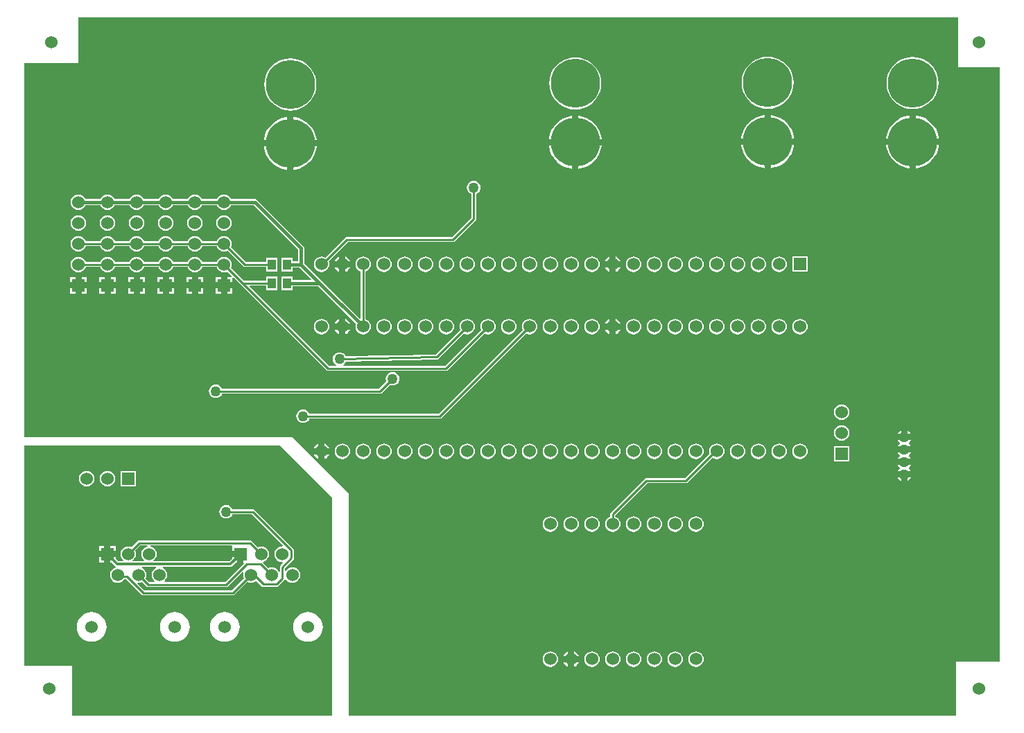
<source format=gbr>
%TF.GenerationSoftware,Altium Limited,Altium Designer,19.1.8 (144)*%
G04 Layer_Physical_Order=2*
G04 Layer_Color=16711680*
%FSLAX26Y26*%
%MOIN*%
%TF.FileFunction,Copper,L2,Bot,Signal*%
%TF.Part,Single*%
G01*
G75*
%TA.AperFunction,SMDPad,CuDef*%
%ADD17R,0.041339X0.051181*%
%TA.AperFunction,Conductor*%
%ADD22C,0.010000*%
%ADD23C,0.015000*%
%TA.AperFunction,ComponentPad*%
%ADD27C,0.060000*%
%ADD28R,0.060000X0.060000*%
%ADD29C,0.236220*%
%ADD30R,0.060000X0.060000*%
%TA.AperFunction,WasherPad*%
%ADD31C,0.060000*%
%TA.AperFunction,ViaPad*%
%ADD32C,0.050000*%
%TA.AperFunction,Conductor*%
%ADD33C,0.012000*%
G36*
X4520000Y3120000D02*
X4720000D01*
Y260000D01*
X4510000D01*
Y0D01*
X1590000D01*
Y1070000D01*
X1320000Y1340000D01*
X30000D01*
Y3140000D01*
X290000D01*
Y3360000D01*
X4520000D01*
Y3120000D01*
D02*
G37*
G36*
X1260000Y1300000D02*
X1510000Y1050000D01*
X1510000Y0D01*
X260000Y-0D01*
X260000Y240000D01*
X30000Y240000D01*
X30000Y1300000D01*
X1260000Y1300000D01*
D02*
G37*
%LPC*%
G36*
X3603583Y3170379D02*
X3583951Y3168834D01*
X3564802Y3164237D01*
X3546608Y3156701D01*
X3529817Y3146411D01*
X3514843Y3133622D01*
X3502053Y3118647D01*
X3491764Y3101856D01*
X3484228Y3083663D01*
X3479631Y3064514D01*
X3478086Y3044882D01*
X3479631Y3025250D01*
X3484228Y3006101D01*
X3491764Y2987907D01*
X3502053Y2971117D01*
X3514843Y2956142D01*
X3529817Y2943353D01*
X3546608Y2933063D01*
X3564802Y2925527D01*
X3583951Y2920930D01*
X3603583Y2919385D01*
X3623215Y2920930D01*
X3642363Y2925527D01*
X3660557Y2933063D01*
X3677348Y2943353D01*
X3692323Y2956142D01*
X3705112Y2971117D01*
X3715401Y2987907D01*
X3722938Y3006101D01*
X3727535Y3025250D01*
X3729080Y3044882D01*
X3727535Y3064514D01*
X3722938Y3083663D01*
X3715401Y3101856D01*
X3705112Y3118647D01*
X3692323Y3133622D01*
X3677348Y3146411D01*
X3660557Y3156701D01*
X3642363Y3164237D01*
X3623215Y3168834D01*
X3603583Y3170379D01*
D02*
G37*
G36*
X4300000Y3168962D02*
X4280368Y3167417D01*
X4261219Y3162819D01*
X4243025Y3155283D01*
X4226235Y3144994D01*
X4211260Y3132204D01*
X4198471Y3117230D01*
X4188181Y3100439D01*
X4180645Y3082245D01*
X4176048Y3063097D01*
X4174503Y3043465D01*
X4176048Y3023832D01*
X4180645Y3004684D01*
X4188181Y2986490D01*
X4198471Y2969699D01*
X4211260Y2954725D01*
X4226235Y2941935D01*
X4243025Y2931646D01*
X4261219Y2924110D01*
X4280368Y2919513D01*
X4300000Y2917968D01*
X4319632Y2919513D01*
X4338781Y2924110D01*
X4356975Y2931646D01*
X4373765Y2941935D01*
X4388740Y2954725D01*
X4401529Y2969699D01*
X4411819Y2986490D01*
X4419355Y3004684D01*
X4423952Y3023832D01*
X4425497Y3043465D01*
X4423952Y3063097D01*
X4419355Y3082245D01*
X4411819Y3100439D01*
X4401529Y3117230D01*
X4388740Y3132204D01*
X4373765Y3144994D01*
X4356975Y3155283D01*
X4338781Y3162819D01*
X4319632Y3167417D01*
X4300000Y3168962D01*
D02*
G37*
G36*
X2678780Y3166914D02*
X2659148Y3165369D01*
X2639999Y3160772D01*
X2621805Y3153236D01*
X2605014Y3142947D01*
X2590040Y3130157D01*
X2577250Y3115183D01*
X2566961Y3098392D01*
X2559425Y3080198D01*
X2554828Y3061049D01*
X2553282Y3041417D01*
X2554828Y3021785D01*
X2559425Y3002637D01*
X2566961Y2984443D01*
X2577250Y2967652D01*
X2590040Y2952677D01*
X2605014Y2939888D01*
X2621805Y2929599D01*
X2639999Y2922062D01*
X2659148Y2917465D01*
X2678780Y2915920D01*
X2698412Y2917465D01*
X2717560Y2922062D01*
X2735754Y2929599D01*
X2752545Y2939888D01*
X2767519Y2952677D01*
X2780309Y2967652D01*
X2790598Y2984443D01*
X2798134Y3002637D01*
X2802732Y3021785D01*
X2804277Y3041417D01*
X2802732Y3061049D01*
X2798134Y3080198D01*
X2790598Y3098392D01*
X2780309Y3115183D01*
X2767519Y3130157D01*
X2752545Y3142947D01*
X2735754Y3153236D01*
X2717560Y3160772D01*
X2698412Y3165369D01*
X2678780Y3166914D01*
D02*
G37*
G36*
X1308780Y3161914D02*
X1289148Y3160369D01*
X1269999Y3155772D01*
X1251805Y3148236D01*
X1235014Y3137947D01*
X1220040Y3125157D01*
X1207250Y3110183D01*
X1196961Y3093392D01*
X1189425Y3075198D01*
X1184828Y3056049D01*
X1183283Y3036417D01*
X1184828Y3016785D01*
X1189425Y2997637D01*
X1196961Y2979443D01*
X1207250Y2962652D01*
X1220040Y2947677D01*
X1235014Y2934888D01*
X1251805Y2924599D01*
X1269999Y2917062D01*
X1289148Y2912465D01*
X1308780Y2910920D01*
X1328412Y2912465D01*
X1347560Y2917062D01*
X1365754Y2924599D01*
X1382545Y2934888D01*
X1397520Y2947677D01*
X1410309Y2962652D01*
X1420598Y2979443D01*
X1428134Y2997637D01*
X1432732Y3016785D01*
X1434277Y3036417D01*
X1432732Y3056049D01*
X1428134Y3075198D01*
X1420598Y3093392D01*
X1410309Y3110183D01*
X1397520Y3125157D01*
X1382545Y3137947D01*
X1365754Y3148236D01*
X1347560Y3155772D01*
X1328412Y3160369D01*
X1308780Y3161914D01*
D02*
G37*
G36*
X3618583Y2888743D02*
Y2776417D01*
X3730909D01*
X3730507Y2781520D01*
X3725800Y2801128D01*
X3718083Y2819758D01*
X3707546Y2836951D01*
X3694450Y2852285D01*
X3679117Y2865381D01*
X3661923Y2875917D01*
X3643293Y2883634D01*
X3623686Y2888341D01*
X3618583Y2888743D01*
D02*
G37*
G36*
X3588583D02*
X3583480Y2888341D01*
X3563872Y2883634D01*
X3545242Y2875917D01*
X3528049Y2865381D01*
X3512715Y2852285D01*
X3499619Y2836951D01*
X3489083Y2819758D01*
X3481366Y2801128D01*
X3476659Y2781520D01*
X3476257Y2776417D01*
X3588583D01*
Y2888743D01*
D02*
G37*
G36*
X4315000Y2887326D02*
Y2775000D01*
X4427326D01*
X4426924Y2780103D01*
X4422217Y2799711D01*
X4414500Y2818341D01*
X4403964Y2835534D01*
X4390868Y2850868D01*
X4375534Y2863964D01*
X4358341Y2874500D01*
X4339711Y2882217D01*
X4320103Y2886924D01*
X4315000Y2887326D01*
D02*
G37*
G36*
X4285000D02*
X4279897Y2886924D01*
X4260289Y2882217D01*
X4241659Y2874500D01*
X4224466Y2863964D01*
X4209132Y2850868D01*
X4196036Y2835534D01*
X4185500Y2818341D01*
X4177783Y2799711D01*
X4173076Y2780103D01*
X4172674Y2775000D01*
X4285000D01*
Y2887326D01*
D02*
G37*
G36*
X2693780Y2885278D02*
Y2772953D01*
X2806105D01*
X2805704Y2778055D01*
X2800996Y2797663D01*
X2793280Y2816293D01*
X2782743Y2833487D01*
X2769647Y2848820D01*
X2754314Y2861916D01*
X2737120Y2872453D01*
X2718490Y2880169D01*
X2698882Y2884877D01*
X2693780Y2885278D01*
D02*
G37*
G36*
X2663780D02*
X2658677Y2884877D01*
X2639069Y2880169D01*
X2620439Y2872453D01*
X2603245Y2861916D01*
X2587912Y2848820D01*
X2574816Y2833487D01*
X2564280Y2816293D01*
X2556563Y2797663D01*
X2551855Y2778055D01*
X2551454Y2772953D01*
X2663780D01*
Y2885278D01*
D02*
G37*
G36*
X1323780Y2880278D02*
Y2767953D01*
X1436105D01*
X1435704Y2773055D01*
X1430996Y2792663D01*
X1423280Y2811293D01*
X1412743Y2828487D01*
X1399647Y2843820D01*
X1384314Y2856916D01*
X1367120Y2867453D01*
X1348490Y2875169D01*
X1328882Y2879877D01*
X1323780Y2880278D01*
D02*
G37*
G36*
X1293780D02*
X1288677Y2879877D01*
X1269069Y2875169D01*
X1250439Y2867453D01*
X1233245Y2856916D01*
X1217912Y2843820D01*
X1204816Y2828487D01*
X1194280Y2811293D01*
X1186563Y2792663D01*
X1181855Y2773055D01*
X1181454Y2767953D01*
X1293780D01*
Y2880278D01*
D02*
G37*
G36*
X3730909Y2746417D02*
X3618583D01*
Y2634091D01*
X3623686Y2634493D01*
X3643293Y2639200D01*
X3661923Y2646917D01*
X3679117Y2657454D01*
X3694450Y2670550D01*
X3707546Y2685883D01*
X3718083Y2703077D01*
X3725800Y2721707D01*
X3730507Y2741314D01*
X3730909Y2746417D01*
D02*
G37*
G36*
X3588583D02*
X3476257D01*
X3476659Y2741314D01*
X3481366Y2721707D01*
X3489083Y2703077D01*
X3499619Y2685883D01*
X3512715Y2670550D01*
X3528049Y2657454D01*
X3545242Y2646917D01*
X3563872Y2639200D01*
X3583480Y2634493D01*
X3588583Y2634091D01*
Y2746417D01*
D02*
G37*
G36*
X4427326Y2745000D02*
X4315000D01*
Y2632674D01*
X4320103Y2633076D01*
X4339711Y2637783D01*
X4358341Y2645500D01*
X4375534Y2656036D01*
X4390868Y2669132D01*
X4403964Y2684466D01*
X4414500Y2701659D01*
X4422217Y2720289D01*
X4426924Y2739897D01*
X4427326Y2745000D01*
D02*
G37*
G36*
X4285000D02*
X4172674D01*
X4173076Y2739897D01*
X4177783Y2720289D01*
X4185500Y2701659D01*
X4196036Y2684466D01*
X4209132Y2669132D01*
X4224466Y2656036D01*
X4241659Y2645500D01*
X4260289Y2637783D01*
X4279897Y2633076D01*
X4285000Y2632674D01*
Y2745000D01*
D02*
G37*
G36*
X2806105Y2742953D02*
X2693780D01*
Y2630627D01*
X2698882Y2631028D01*
X2718490Y2635736D01*
X2737120Y2643453D01*
X2754314Y2653989D01*
X2769647Y2667085D01*
X2782743Y2682419D01*
X2793280Y2699612D01*
X2800996Y2718242D01*
X2805704Y2737850D01*
X2806105Y2742953D01*
D02*
G37*
G36*
X2663780D02*
X2551454D01*
X2551855Y2737850D01*
X2556563Y2718242D01*
X2564280Y2699612D01*
X2574816Y2682419D01*
X2587912Y2667085D01*
X2603245Y2653989D01*
X2620439Y2643453D01*
X2639069Y2635736D01*
X2658677Y2631028D01*
X2663780Y2630627D01*
Y2742953D01*
D02*
G37*
G36*
X1436105Y2737953D02*
X1323780D01*
Y2625627D01*
X1328882Y2626028D01*
X1348490Y2630736D01*
X1367120Y2638453D01*
X1384314Y2648989D01*
X1399647Y2662085D01*
X1412743Y2677419D01*
X1423280Y2694612D01*
X1430996Y2713242D01*
X1435704Y2732850D01*
X1436105Y2737953D01*
D02*
G37*
G36*
X1293780D02*
X1181454D01*
X1181855Y2732850D01*
X1186563Y2713242D01*
X1194280Y2694612D01*
X1204816Y2677419D01*
X1217912Y2662085D01*
X1233245Y2648989D01*
X1250439Y2638453D01*
X1269069Y2630736D01*
X1288677Y2626028D01*
X1293780Y2625627D01*
Y2737953D01*
D02*
G37*
G36*
X990000Y2507319D02*
X980341Y2506048D01*
X971340Y2502320D01*
X963611Y2496389D01*
X957681Y2488660D01*
X956075Y2484784D01*
X883925D01*
X882319Y2488660D01*
X876389Y2496389D01*
X868660Y2502320D01*
X859659Y2506048D01*
X850000Y2507319D01*
X840341Y2506048D01*
X831340Y2502320D01*
X823611Y2496389D01*
X817681Y2488660D01*
X816075Y2484784D01*
X743925D01*
X742319Y2488660D01*
X736389Y2496389D01*
X728660Y2502320D01*
X719659Y2506048D01*
X710000Y2507319D01*
X700341Y2506048D01*
X691340Y2502320D01*
X683611Y2496389D01*
X677681Y2488660D01*
X676075Y2484784D01*
X603925D01*
X602319Y2488660D01*
X596389Y2496389D01*
X588660Y2502320D01*
X579659Y2506048D01*
X570000Y2507319D01*
X560341Y2506048D01*
X551340Y2502320D01*
X543611Y2496389D01*
X537681Y2488660D01*
X536075Y2484784D01*
X463925D01*
X462320Y2488660D01*
X456389Y2496389D01*
X448660Y2502320D01*
X439659Y2506048D01*
X430000Y2507319D01*
X420341Y2506048D01*
X411340Y2502320D01*
X403611Y2496389D01*
X397680Y2488660D01*
X396075Y2484784D01*
X323925D01*
X322320Y2488660D01*
X316389Y2496389D01*
X308660Y2502320D01*
X299659Y2506048D01*
X290000Y2507319D01*
X280341Y2506048D01*
X271340Y2502320D01*
X263611Y2496389D01*
X257680Y2488660D01*
X253952Y2479659D01*
X252681Y2470000D01*
X253952Y2460341D01*
X257680Y2451340D01*
X263611Y2443611D01*
X271340Y2437680D01*
X280341Y2433952D01*
X290000Y2432681D01*
X299659Y2433952D01*
X308660Y2437680D01*
X316389Y2443611D01*
X322320Y2451340D01*
X323925Y2455216D01*
X396075D01*
X397680Y2451340D01*
X403611Y2443611D01*
X411340Y2437680D01*
X420341Y2433952D01*
X430000Y2432681D01*
X439659Y2433952D01*
X448660Y2437680D01*
X456389Y2443611D01*
X462320Y2451340D01*
X463925Y2455216D01*
X536075D01*
X537681Y2451340D01*
X543611Y2443611D01*
X551340Y2437680D01*
X560341Y2433952D01*
X570000Y2432681D01*
X579659Y2433952D01*
X588660Y2437680D01*
X596389Y2443611D01*
X602319Y2451340D01*
X603925Y2455216D01*
X676075D01*
X677681Y2451340D01*
X683611Y2443611D01*
X691340Y2437680D01*
X700341Y2433952D01*
X710000Y2432681D01*
X719659Y2433952D01*
X728660Y2437680D01*
X736389Y2443611D01*
X742319Y2451340D01*
X743925Y2455216D01*
X816075D01*
X817681Y2451340D01*
X823611Y2443611D01*
X831340Y2437680D01*
X840341Y2433952D01*
X850000Y2432681D01*
X859659Y2433952D01*
X868660Y2437680D01*
X876389Y2443611D01*
X882319Y2451340D01*
X883925Y2455216D01*
X956075D01*
X957681Y2451340D01*
X963611Y2443611D01*
X971340Y2437680D01*
X980341Y2433952D01*
X990000Y2432681D01*
X999659Y2433952D01*
X1008660Y2437680D01*
X1016389Y2443611D01*
X1022319Y2451340D01*
X1023925Y2455216D01*
X1133876D01*
X1345216Y2243876D01*
Y2184784D01*
X1320504D01*
Y2202590D01*
X1265165D01*
Y2137410D01*
X1320504D01*
Y2155216D01*
X1353876D01*
X1409689Y2099403D01*
X1407775Y2094784D01*
X1320504D01*
Y2112590D01*
X1265165D01*
Y2047409D01*
X1320504D01*
Y2065216D01*
X1443876D01*
X1624140Y1884952D01*
X1622535Y1881076D01*
X1621263Y1871417D01*
X1622535Y1861758D01*
X1626263Y1852758D01*
X1632194Y1845029D01*
X1639923Y1839098D01*
X1648924Y1835370D01*
X1658583Y1834098D01*
X1668242Y1835370D01*
X1677242Y1839098D01*
X1684971Y1845029D01*
X1690902Y1852758D01*
X1694630Y1861758D01*
X1695902Y1871417D01*
X1694630Y1881076D01*
X1690902Y1890077D01*
X1684971Y1897806D01*
X1677242Y1903737D01*
X1670818Y1906398D01*
Y2136437D01*
X1677242Y2139098D01*
X1684971Y2145029D01*
X1690902Y2152758D01*
X1694630Y2161758D01*
X1695902Y2171417D01*
X1694630Y2181076D01*
X1690902Y2190077D01*
X1684971Y2197806D01*
X1677242Y2203737D01*
X1668242Y2207465D01*
X1658583Y2208737D01*
X1648924Y2207465D01*
X1639923Y2203737D01*
X1632194Y2197806D01*
X1626263Y2190077D01*
X1622535Y2181076D01*
X1621263Y2171417D01*
X1622535Y2161758D01*
X1626263Y2152758D01*
X1632194Y2145029D01*
X1639923Y2139098D01*
X1646348Y2136437D01*
Y1911631D01*
X1641348Y1909560D01*
X1460454Y2090454D01*
X1460454Y2090454D01*
X1374784Y2176124D01*
Y2250000D01*
X1373659Y2255658D01*
X1370454Y2260454D01*
X1150454Y2480454D01*
X1145658Y2483659D01*
X1140000Y2484784D01*
X1023925D01*
X1022319Y2488660D01*
X1016389Y2496389D01*
X1008660Y2502320D01*
X999659Y2506048D01*
X990000Y2507319D01*
D02*
G37*
G36*
Y2407319D02*
X980341Y2406048D01*
X971340Y2402320D01*
X963611Y2396389D01*
X957681Y2388660D01*
X953952Y2379659D01*
X952681Y2370000D01*
X953952Y2360341D01*
X957681Y2351340D01*
X963611Y2343611D01*
X971340Y2337680D01*
X980341Y2333952D01*
X990000Y2332681D01*
X999659Y2333952D01*
X1008660Y2337680D01*
X1016389Y2343611D01*
X1022319Y2351340D01*
X1026048Y2360341D01*
X1027319Y2370000D01*
X1026048Y2379659D01*
X1022319Y2388660D01*
X1016389Y2396389D01*
X1008660Y2402320D01*
X999659Y2406048D01*
X990000Y2407319D01*
D02*
G37*
G36*
X850000D02*
X840341Y2406048D01*
X831340Y2402320D01*
X823611Y2396389D01*
X817681Y2388660D01*
X813952Y2379659D01*
X812681Y2370000D01*
X813952Y2360341D01*
X817681Y2351340D01*
X823611Y2343611D01*
X831340Y2337680D01*
X840341Y2333952D01*
X850000Y2332681D01*
X859659Y2333952D01*
X868660Y2337680D01*
X876389Y2343611D01*
X882319Y2351340D01*
X886048Y2360341D01*
X887319Y2370000D01*
X886048Y2379659D01*
X882319Y2388660D01*
X876389Y2396389D01*
X868660Y2402320D01*
X859659Y2406048D01*
X850000Y2407319D01*
D02*
G37*
G36*
X710000D02*
X700341Y2406048D01*
X691340Y2402320D01*
X683611Y2396389D01*
X677681Y2388660D01*
X673952Y2379659D01*
X672681Y2370000D01*
X673952Y2360341D01*
X677681Y2351340D01*
X683611Y2343611D01*
X691340Y2337680D01*
X700341Y2333952D01*
X710000Y2332681D01*
X719659Y2333952D01*
X728660Y2337680D01*
X736389Y2343611D01*
X742319Y2351340D01*
X746048Y2360341D01*
X747319Y2370000D01*
X746048Y2379659D01*
X742319Y2388660D01*
X736389Y2396389D01*
X728660Y2402320D01*
X719659Y2406048D01*
X710000Y2407319D01*
D02*
G37*
G36*
X570000D02*
X560341Y2406048D01*
X551340Y2402320D01*
X543611Y2396389D01*
X537681Y2388660D01*
X533952Y2379659D01*
X532681Y2370000D01*
X533952Y2360341D01*
X537681Y2351340D01*
X543611Y2343611D01*
X551340Y2337680D01*
X560341Y2333952D01*
X570000Y2332681D01*
X579659Y2333952D01*
X588660Y2337680D01*
X596389Y2343611D01*
X602319Y2351340D01*
X606048Y2360341D01*
X607319Y2370000D01*
X606048Y2379659D01*
X602319Y2388660D01*
X596389Y2396389D01*
X588660Y2402320D01*
X579659Y2406048D01*
X570000Y2407319D01*
D02*
G37*
G36*
X430000D02*
X420341Y2406048D01*
X411340Y2402320D01*
X403611Y2396389D01*
X397680Y2388660D01*
X393952Y2379659D01*
X392681Y2370000D01*
X393952Y2360341D01*
X397680Y2351340D01*
X403611Y2343611D01*
X411340Y2337680D01*
X420341Y2333952D01*
X430000Y2332681D01*
X439659Y2333952D01*
X448660Y2337680D01*
X456389Y2343611D01*
X462320Y2351340D01*
X466048Y2360341D01*
X467319Y2370000D01*
X466048Y2379659D01*
X462320Y2388660D01*
X456389Y2396389D01*
X448660Y2402320D01*
X439659Y2406048D01*
X430000Y2407319D01*
D02*
G37*
G36*
X290000D02*
X280341Y2406048D01*
X271340Y2402320D01*
X263611Y2396389D01*
X257680Y2388660D01*
X253952Y2379659D01*
X252681Y2370000D01*
X253952Y2360341D01*
X257680Y2351340D01*
X263611Y2343611D01*
X271340Y2337680D01*
X280341Y2333952D01*
X290000Y2332681D01*
X299659Y2333952D01*
X308660Y2337680D01*
X316389Y2343611D01*
X322320Y2351340D01*
X326048Y2360341D01*
X327319Y2370000D01*
X326048Y2379659D01*
X322320Y2388660D01*
X316389Y2396389D01*
X308660Y2402320D01*
X299659Y2406048D01*
X290000Y2407319D01*
D02*
G37*
G36*
X990000Y2307319D02*
X980341Y2306048D01*
X971340Y2302320D01*
X963611Y2296389D01*
X957681Y2288660D01*
X955019Y2282235D01*
X884981D01*
X882319Y2288660D01*
X876389Y2296389D01*
X868660Y2302320D01*
X859659Y2306048D01*
X850000Y2307319D01*
X840341Y2306048D01*
X831340Y2302320D01*
X823611Y2296389D01*
X817681Y2288660D01*
X815019Y2282235D01*
X744981D01*
X742319Y2288660D01*
X736389Y2296389D01*
X728660Y2302320D01*
X719659Y2306048D01*
X710000Y2307319D01*
X700341Y2306048D01*
X691340Y2302320D01*
X683611Y2296389D01*
X677681Y2288660D01*
X675019Y2282235D01*
X604981D01*
X602319Y2288660D01*
X596389Y2296389D01*
X588660Y2302320D01*
X579659Y2306048D01*
X570000Y2307319D01*
X560341Y2306048D01*
X551340Y2302320D01*
X543611Y2296389D01*
X537681Y2288660D01*
X535019Y2282235D01*
X464981D01*
X462320Y2288660D01*
X456389Y2296389D01*
X448660Y2302320D01*
X439659Y2306048D01*
X430000Y2307319D01*
X420341Y2306048D01*
X411340Y2302320D01*
X403611Y2296389D01*
X397680Y2288660D01*
X395019Y2282235D01*
X324981D01*
X322320Y2288660D01*
X316389Y2296389D01*
X308660Y2302320D01*
X299659Y2306048D01*
X290000Y2307319D01*
X280341Y2306048D01*
X271340Y2302320D01*
X263611Y2296389D01*
X257680Y2288660D01*
X253952Y2279659D01*
X252681Y2270000D01*
X253952Y2260341D01*
X257680Y2251340D01*
X263611Y2243611D01*
X271340Y2237680D01*
X280341Y2233952D01*
X290000Y2232681D01*
X299659Y2233952D01*
X308660Y2237680D01*
X316389Y2243611D01*
X322320Y2251340D01*
X324981Y2257765D01*
X395019D01*
X397680Y2251340D01*
X403611Y2243611D01*
X411340Y2237680D01*
X420341Y2233952D01*
X430000Y2232681D01*
X439659Y2233952D01*
X448660Y2237680D01*
X456389Y2243611D01*
X462320Y2251340D01*
X464981Y2257765D01*
X535019D01*
X537681Y2251340D01*
X543611Y2243611D01*
X551340Y2237680D01*
X560341Y2233952D01*
X570000Y2232681D01*
X579659Y2233952D01*
X588660Y2237680D01*
X596389Y2243611D01*
X602319Y2251340D01*
X604981Y2257765D01*
X675019D01*
X677681Y2251340D01*
X683611Y2243611D01*
X691340Y2237680D01*
X700341Y2233952D01*
X710000Y2232681D01*
X719659Y2233952D01*
X728660Y2237680D01*
X736389Y2243611D01*
X742319Y2251340D01*
X744981Y2257765D01*
X815019D01*
X817681Y2251340D01*
X823611Y2243611D01*
X831340Y2237680D01*
X840341Y2233952D01*
X850000Y2232681D01*
X859659Y2233952D01*
X868660Y2237680D01*
X876389Y2243611D01*
X882319Y2251340D01*
X884981Y2257765D01*
X955019D01*
X957681Y2251340D01*
X963611Y2243611D01*
X971340Y2237680D01*
X980341Y2233952D01*
X990000Y2232681D01*
X999659Y2233952D01*
X1006083Y2236613D01*
X1081349Y2161348D01*
X1085318Y2158696D01*
X1090000Y2157765D01*
X1192331D01*
Y2137410D01*
X1247669D01*
Y2202590D01*
X1192331D01*
Y2182235D01*
X1095068D01*
X1023386Y2253916D01*
X1026048Y2260341D01*
X1027319Y2270000D01*
X1026048Y2279659D01*
X1022319Y2288660D01*
X1016389Y2296389D01*
X1008660Y2302320D01*
X999659Y2306048D01*
X990000Y2307319D01*
D02*
G37*
G36*
X2190000Y2572276D02*
X2181646Y2571176D01*
X2173862Y2567952D01*
X2167177Y2562823D01*
X2162048Y2556138D01*
X2158824Y2548354D01*
X2157724Y2540000D01*
X2158824Y2531646D01*
X2162048Y2523862D01*
X2167177Y2517177D01*
X2173862Y2512048D01*
X2177765Y2510431D01*
Y2395068D01*
X2084932Y2302235D01*
X1580000D01*
X1575318Y2301304D01*
X1571349Y2298651D01*
X1476671Y2203974D01*
X1468242Y2207465D01*
X1458583Y2208737D01*
X1448924Y2207465D01*
X1439923Y2203737D01*
X1432194Y2197806D01*
X1426263Y2190077D01*
X1422535Y2181076D01*
X1421263Y2171417D01*
X1422535Y2161758D01*
X1426263Y2152758D01*
X1432194Y2145029D01*
X1439923Y2139098D01*
X1448924Y2135370D01*
X1458583Y2134098D01*
X1468242Y2135370D01*
X1477242Y2139098D01*
X1484971Y2145029D01*
X1490902Y2152758D01*
X1494630Y2161758D01*
X1495902Y2171417D01*
X1494630Y2181076D01*
X1492800Y2185497D01*
X1585068Y2277765D01*
X2090000D01*
X2094682Y2278696D01*
X2098651Y2281349D01*
X2198652Y2381349D01*
X2201304Y2385318D01*
X2202235Y2390000D01*
Y2510431D01*
X2206138Y2512048D01*
X2212823Y2517177D01*
X2217952Y2523862D01*
X2221176Y2531646D01*
X2222276Y2540000D01*
X2221176Y2548354D01*
X2217952Y2556138D01*
X2212823Y2562823D01*
X2206138Y2567952D01*
X2198354Y2571176D01*
X2190000Y2572276D01*
D02*
G37*
G36*
X2873583Y2208500D02*
Y2186417D01*
X2895665D01*
X2893523Y2191590D01*
X2887111Y2199946D01*
X2878755Y2206357D01*
X2873583Y2208500D01*
D02*
G37*
G36*
X2843583D02*
X2838410Y2206357D01*
X2830054Y2199946D01*
X2823643Y2191590D01*
X2821500Y2186417D01*
X2843583D01*
Y2208500D01*
D02*
G37*
G36*
X1573583D02*
Y2186417D01*
X1595665D01*
X1593523Y2191590D01*
X1587111Y2199946D01*
X1578755Y2206357D01*
X1573583Y2208500D01*
D02*
G37*
G36*
X1543583D02*
X1538410Y2206357D01*
X1530054Y2199946D01*
X1523643Y2191590D01*
X1521500Y2186417D01*
X1543583D01*
Y2208500D01*
D02*
G37*
G36*
X990000Y2207319D02*
X980341Y2206048D01*
X971340Y2202320D01*
X963611Y2196389D01*
X957681Y2188660D01*
X955019Y2182235D01*
X884981D01*
X882319Y2188660D01*
X876389Y2196389D01*
X868660Y2202320D01*
X859659Y2206048D01*
X850000Y2207319D01*
X840341Y2206048D01*
X831340Y2202320D01*
X823611Y2196389D01*
X817681Y2188660D01*
X815019Y2182235D01*
X744981D01*
X742319Y2188660D01*
X736389Y2196389D01*
X728660Y2202320D01*
X719659Y2206048D01*
X710000Y2207319D01*
X700341Y2206048D01*
X691340Y2202320D01*
X683611Y2196389D01*
X677681Y2188660D01*
X675019Y2182235D01*
X604981D01*
X602319Y2188660D01*
X596389Y2196389D01*
X588660Y2202320D01*
X579659Y2206048D01*
X570000Y2207319D01*
X560341Y2206048D01*
X551340Y2202320D01*
X543611Y2196389D01*
X537681Y2188660D01*
X535019Y2182235D01*
X464981D01*
X462320Y2188660D01*
X456389Y2196389D01*
X448660Y2202320D01*
X439659Y2206048D01*
X430000Y2207319D01*
X420341Y2206048D01*
X411340Y2202320D01*
X403611Y2196389D01*
X397680Y2188660D01*
X395019Y2182235D01*
X324981D01*
X322320Y2188660D01*
X316389Y2196389D01*
X308660Y2202320D01*
X299659Y2206048D01*
X290000Y2207319D01*
X280341Y2206048D01*
X271340Y2202320D01*
X263611Y2196389D01*
X257680Y2188660D01*
X253952Y2179659D01*
X252681Y2170000D01*
X253952Y2160341D01*
X257680Y2151340D01*
X263611Y2143611D01*
X271340Y2137680D01*
X280341Y2133952D01*
X290000Y2132681D01*
X299659Y2133952D01*
X308660Y2137680D01*
X316389Y2143611D01*
X322320Y2151340D01*
X324981Y2157765D01*
X395019D01*
X397680Y2151340D01*
X403611Y2143611D01*
X411340Y2137680D01*
X420341Y2133952D01*
X430000Y2132681D01*
X439659Y2133952D01*
X448660Y2137680D01*
X456389Y2143611D01*
X462320Y2151340D01*
X464981Y2157765D01*
X535019D01*
X537681Y2151340D01*
X543611Y2143611D01*
X551340Y2137680D01*
X560341Y2133952D01*
X570000Y2132681D01*
X579659Y2133952D01*
X588660Y2137680D01*
X596389Y2143611D01*
X602319Y2151340D01*
X604981Y2157765D01*
X675019D01*
X677681Y2151340D01*
X683611Y2143611D01*
X691340Y2137680D01*
X700341Y2133952D01*
X710000Y2132681D01*
X719659Y2133952D01*
X728660Y2137680D01*
X736389Y2143611D01*
X742319Y2151340D01*
X744981Y2157765D01*
X815019D01*
X817681Y2151340D01*
X823611Y2143611D01*
X831340Y2137680D01*
X840341Y2133952D01*
X850000Y2132681D01*
X859659Y2133952D01*
X868660Y2137680D01*
X876389Y2143611D01*
X882319Y2151340D01*
X884981Y2157765D01*
X955019D01*
X957681Y2151340D01*
X963611Y2143611D01*
X971340Y2137680D01*
X980341Y2133952D01*
X990000Y2132681D01*
X999659Y2133952D01*
X1006083Y2136613D01*
X1027697Y2115000D01*
X1025626Y2110000D01*
X1005000D01*
Y2085000D01*
X1030000D01*
Y2105626D01*
X1035000Y2107697D01*
X1071349Y2071349D01*
X1481349Y1661348D01*
X1485318Y1658696D01*
X1490000Y1657765D01*
X2057164D01*
X2061846Y1658696D01*
X2065816Y1661349D01*
X2242498Y1838031D01*
X2248924Y1835370D01*
X2258583Y1834098D01*
X2268242Y1835370D01*
X2277242Y1839098D01*
X2284971Y1845029D01*
X2290902Y1852758D01*
X2294630Y1861758D01*
X2295902Y1871417D01*
X2294630Y1881076D01*
X2290902Y1890077D01*
X2284971Y1897806D01*
X2277242Y1903737D01*
X2268242Y1907465D01*
X2258583Y1908737D01*
X2248924Y1907465D01*
X2239923Y1903737D01*
X2232194Y1897806D01*
X2226263Y1890077D01*
X2222535Y1881076D01*
X2221263Y1871417D01*
X2222535Y1861758D01*
X2225196Y1855335D01*
X2052096Y1682235D01*
X1563351D01*
X1561345Y1686722D01*
X1561382Y1687235D01*
X1567823Y1692177D01*
X1572952Y1698862D01*
X1574832Y1703401D01*
X2012426Y1712768D01*
X2014630Y1713255D01*
X2016846Y1713696D01*
X2016957Y1713770D01*
X2017087Y1713799D01*
X2018938Y1715094D01*
X2020815Y1716349D01*
X2142498Y1838031D01*
X2148924Y1835370D01*
X2158583Y1834098D01*
X2168242Y1835370D01*
X2177242Y1839098D01*
X2184971Y1845029D01*
X2190902Y1852758D01*
X2194630Y1861758D01*
X2195902Y1871417D01*
X2194630Y1881076D01*
X2190902Y1890077D01*
X2184971Y1897806D01*
X2177242Y1903737D01*
X2168242Y1907465D01*
X2158583Y1908737D01*
X2148924Y1907465D01*
X2139923Y1903737D01*
X2132194Y1897806D01*
X2126263Y1890077D01*
X2122535Y1881076D01*
X2121263Y1871417D01*
X2122535Y1861758D01*
X2125196Y1855335D01*
X2006988Y1737127D01*
X1574307Y1727865D01*
X1572952Y1731138D01*
X1567823Y1737823D01*
X1561138Y1742952D01*
X1553354Y1746176D01*
X1545000Y1747276D01*
X1536646Y1746176D01*
X1528862Y1742952D01*
X1522177Y1737823D01*
X1517048Y1731138D01*
X1513824Y1723354D01*
X1512724Y1715000D01*
X1513824Y1706646D01*
X1517048Y1698862D01*
X1522177Y1692177D01*
X1528618Y1687235D01*
X1528655Y1686722D01*
X1526649Y1682235D01*
X1495068D01*
X1114158Y2063146D01*
X1116071Y2067765D01*
X1192331D01*
Y2047409D01*
X1247669D01*
Y2112590D01*
X1192331D01*
Y2092235D01*
X1085068D01*
X1023386Y2153916D01*
X1026048Y2160341D01*
X1027319Y2170000D01*
X1026048Y2179659D01*
X1022319Y2188660D01*
X1016389Y2196389D01*
X1008660Y2202320D01*
X999659Y2206048D01*
X990000Y2207319D01*
D02*
G37*
G36*
X3795583Y2208417D02*
X3721583D01*
Y2134417D01*
X3795583D01*
Y2208417D01*
D02*
G37*
G36*
X2895665Y2156417D02*
X2873583D01*
Y2134335D01*
X2878755Y2136477D01*
X2887111Y2142889D01*
X2893523Y2151245D01*
X2895665Y2156417D01*
D02*
G37*
G36*
X2843583D02*
X2821500D01*
X2823643Y2151245D01*
X2830054Y2142889D01*
X2838410Y2136477D01*
X2843583Y2134335D01*
Y2156417D01*
D02*
G37*
G36*
X1595665D02*
X1573583D01*
Y2134335D01*
X1578755Y2136477D01*
X1587111Y2142889D01*
X1593523Y2151245D01*
X1595665Y2156417D01*
D02*
G37*
G36*
X1543583D02*
X1521500D01*
X1523643Y2151245D01*
X1530054Y2142889D01*
X1538410Y2136477D01*
X1543583Y2134335D01*
Y2156417D01*
D02*
G37*
G36*
X3658583Y2208737D02*
X3648924Y2207465D01*
X3639923Y2203737D01*
X3632194Y2197806D01*
X3626263Y2190077D01*
X3622535Y2181076D01*
X3621263Y2171417D01*
X3622535Y2161758D01*
X3626263Y2152758D01*
X3632194Y2145029D01*
X3639923Y2139098D01*
X3648924Y2135370D01*
X3658583Y2134098D01*
X3668242Y2135370D01*
X3677242Y2139098D01*
X3684971Y2145029D01*
X3690902Y2152758D01*
X3694630Y2161758D01*
X3695902Y2171417D01*
X3694630Y2181076D01*
X3690902Y2190077D01*
X3684971Y2197806D01*
X3677242Y2203737D01*
X3668242Y2207465D01*
X3658583Y2208737D01*
D02*
G37*
G36*
X3558583D02*
X3548924Y2207465D01*
X3539923Y2203737D01*
X3532194Y2197806D01*
X3526263Y2190077D01*
X3522535Y2181076D01*
X3521263Y2171417D01*
X3522535Y2161758D01*
X3526263Y2152758D01*
X3532194Y2145029D01*
X3539923Y2139098D01*
X3548924Y2135370D01*
X3558583Y2134098D01*
X3568242Y2135370D01*
X3577242Y2139098D01*
X3584971Y2145029D01*
X3590902Y2152758D01*
X3594630Y2161758D01*
X3595902Y2171417D01*
X3594630Y2181076D01*
X3590902Y2190077D01*
X3584971Y2197806D01*
X3577242Y2203737D01*
X3568242Y2207465D01*
X3558583Y2208737D01*
D02*
G37*
G36*
X3458583D02*
X3448924Y2207465D01*
X3439923Y2203737D01*
X3432194Y2197806D01*
X3426263Y2190077D01*
X3422535Y2181076D01*
X3421263Y2171417D01*
X3422535Y2161758D01*
X3426263Y2152758D01*
X3432194Y2145029D01*
X3439923Y2139098D01*
X3448924Y2135370D01*
X3458583Y2134098D01*
X3468242Y2135370D01*
X3477242Y2139098D01*
X3484971Y2145029D01*
X3490902Y2152758D01*
X3494630Y2161758D01*
X3495902Y2171417D01*
X3494630Y2181076D01*
X3490902Y2190077D01*
X3484971Y2197806D01*
X3477242Y2203737D01*
X3468242Y2207465D01*
X3458583Y2208737D01*
D02*
G37*
G36*
X3358583D02*
X3348924Y2207465D01*
X3339923Y2203737D01*
X3332194Y2197806D01*
X3326263Y2190077D01*
X3322535Y2181076D01*
X3321263Y2171417D01*
X3322535Y2161758D01*
X3326263Y2152758D01*
X3332194Y2145029D01*
X3339923Y2139098D01*
X3348924Y2135370D01*
X3358583Y2134098D01*
X3368242Y2135370D01*
X3377242Y2139098D01*
X3384971Y2145029D01*
X3390902Y2152758D01*
X3394630Y2161758D01*
X3395902Y2171417D01*
X3394630Y2181076D01*
X3390902Y2190077D01*
X3384971Y2197806D01*
X3377242Y2203737D01*
X3368242Y2207465D01*
X3358583Y2208737D01*
D02*
G37*
G36*
X3258583D02*
X3248924Y2207465D01*
X3239923Y2203737D01*
X3232194Y2197806D01*
X3226263Y2190077D01*
X3222535Y2181076D01*
X3221263Y2171417D01*
X3222535Y2161758D01*
X3226263Y2152758D01*
X3232194Y2145029D01*
X3239923Y2139098D01*
X3248924Y2135370D01*
X3258583Y2134098D01*
X3268242Y2135370D01*
X3277242Y2139098D01*
X3284971Y2145029D01*
X3290902Y2152758D01*
X3294630Y2161758D01*
X3295902Y2171417D01*
X3294630Y2181076D01*
X3290902Y2190077D01*
X3284971Y2197806D01*
X3277242Y2203737D01*
X3268242Y2207465D01*
X3258583Y2208737D01*
D02*
G37*
G36*
X3158583D02*
X3148924Y2207465D01*
X3139923Y2203737D01*
X3132194Y2197806D01*
X3126263Y2190077D01*
X3122535Y2181076D01*
X3121263Y2171417D01*
X3122535Y2161758D01*
X3126263Y2152758D01*
X3132194Y2145029D01*
X3139923Y2139098D01*
X3148924Y2135370D01*
X3158583Y2134098D01*
X3168242Y2135370D01*
X3177242Y2139098D01*
X3184971Y2145029D01*
X3190902Y2152758D01*
X3194630Y2161758D01*
X3195902Y2171417D01*
X3194630Y2181076D01*
X3190902Y2190077D01*
X3184971Y2197806D01*
X3177242Y2203737D01*
X3168242Y2207465D01*
X3158583Y2208737D01*
D02*
G37*
G36*
X3058583D02*
X3048924Y2207465D01*
X3039923Y2203737D01*
X3032194Y2197806D01*
X3026263Y2190077D01*
X3022535Y2181076D01*
X3021263Y2171417D01*
X3022535Y2161758D01*
X3026263Y2152758D01*
X3032194Y2145029D01*
X3039923Y2139098D01*
X3048924Y2135370D01*
X3058583Y2134098D01*
X3068242Y2135370D01*
X3077242Y2139098D01*
X3084971Y2145029D01*
X3090902Y2152758D01*
X3094630Y2161758D01*
X3095902Y2171417D01*
X3094630Y2181076D01*
X3090902Y2190077D01*
X3084971Y2197806D01*
X3077242Y2203737D01*
X3068242Y2207465D01*
X3058583Y2208737D01*
D02*
G37*
G36*
X2958583D02*
X2948924Y2207465D01*
X2939923Y2203737D01*
X2932194Y2197806D01*
X2926263Y2190077D01*
X2922535Y2181076D01*
X2921263Y2171417D01*
X2922535Y2161758D01*
X2926263Y2152758D01*
X2932194Y2145029D01*
X2939923Y2139098D01*
X2948924Y2135370D01*
X2958583Y2134098D01*
X2968242Y2135370D01*
X2977242Y2139098D01*
X2984971Y2145029D01*
X2990902Y2152758D01*
X2994630Y2161758D01*
X2995902Y2171417D01*
X2994630Y2181076D01*
X2990902Y2190077D01*
X2984971Y2197806D01*
X2977242Y2203737D01*
X2968242Y2207465D01*
X2958583Y2208737D01*
D02*
G37*
G36*
X2758583D02*
X2748924Y2207465D01*
X2739923Y2203737D01*
X2732194Y2197806D01*
X2726263Y2190077D01*
X2722535Y2181076D01*
X2721263Y2171417D01*
X2722535Y2161758D01*
X2726263Y2152758D01*
X2732194Y2145029D01*
X2739923Y2139098D01*
X2748924Y2135370D01*
X2758583Y2134098D01*
X2768242Y2135370D01*
X2777242Y2139098D01*
X2784971Y2145029D01*
X2790902Y2152758D01*
X2794630Y2161758D01*
X2795902Y2171417D01*
X2794630Y2181076D01*
X2790902Y2190077D01*
X2784971Y2197806D01*
X2777242Y2203737D01*
X2768242Y2207465D01*
X2758583Y2208737D01*
D02*
G37*
G36*
X2658583D02*
X2648924Y2207465D01*
X2639923Y2203737D01*
X2632194Y2197806D01*
X2626263Y2190077D01*
X2622535Y2181076D01*
X2621263Y2171417D01*
X2622535Y2161758D01*
X2626263Y2152758D01*
X2632194Y2145029D01*
X2639923Y2139098D01*
X2648924Y2135370D01*
X2658583Y2134098D01*
X2668242Y2135370D01*
X2677242Y2139098D01*
X2684971Y2145029D01*
X2690902Y2152758D01*
X2694630Y2161758D01*
X2695902Y2171417D01*
X2694630Y2181076D01*
X2690902Y2190077D01*
X2684971Y2197806D01*
X2677242Y2203737D01*
X2668242Y2207465D01*
X2658583Y2208737D01*
D02*
G37*
G36*
X2558583D02*
X2548924Y2207465D01*
X2539923Y2203737D01*
X2532194Y2197806D01*
X2526263Y2190077D01*
X2522535Y2181076D01*
X2521263Y2171417D01*
X2522535Y2161758D01*
X2526263Y2152758D01*
X2532194Y2145029D01*
X2539923Y2139098D01*
X2548924Y2135370D01*
X2558583Y2134098D01*
X2568242Y2135370D01*
X2577242Y2139098D01*
X2584971Y2145029D01*
X2590902Y2152758D01*
X2594630Y2161758D01*
X2595902Y2171417D01*
X2594630Y2181076D01*
X2590902Y2190077D01*
X2584971Y2197806D01*
X2577242Y2203737D01*
X2568242Y2207465D01*
X2558583Y2208737D01*
D02*
G37*
G36*
X2458583D02*
X2448924Y2207465D01*
X2439923Y2203737D01*
X2432194Y2197806D01*
X2426263Y2190077D01*
X2422535Y2181076D01*
X2421263Y2171417D01*
X2422535Y2161758D01*
X2426263Y2152758D01*
X2432194Y2145029D01*
X2439923Y2139098D01*
X2448924Y2135370D01*
X2458583Y2134098D01*
X2468242Y2135370D01*
X2477242Y2139098D01*
X2484971Y2145029D01*
X2490902Y2152758D01*
X2494630Y2161758D01*
X2495902Y2171417D01*
X2494630Y2181076D01*
X2490902Y2190077D01*
X2484971Y2197806D01*
X2477242Y2203737D01*
X2468242Y2207465D01*
X2458583Y2208737D01*
D02*
G37*
G36*
X2358583D02*
X2348924Y2207465D01*
X2339923Y2203737D01*
X2332194Y2197806D01*
X2326263Y2190077D01*
X2322535Y2181076D01*
X2321263Y2171417D01*
X2322535Y2161758D01*
X2326263Y2152758D01*
X2332194Y2145029D01*
X2339923Y2139098D01*
X2348924Y2135370D01*
X2358583Y2134098D01*
X2368242Y2135370D01*
X2377242Y2139098D01*
X2384971Y2145029D01*
X2390902Y2152758D01*
X2394630Y2161758D01*
X2395902Y2171417D01*
X2394630Y2181076D01*
X2390902Y2190077D01*
X2384971Y2197806D01*
X2377242Y2203737D01*
X2368242Y2207465D01*
X2358583Y2208737D01*
D02*
G37*
G36*
X2258583D02*
X2248924Y2207465D01*
X2239923Y2203737D01*
X2232194Y2197806D01*
X2226263Y2190077D01*
X2222535Y2181076D01*
X2221263Y2171417D01*
X2222535Y2161758D01*
X2226263Y2152758D01*
X2232194Y2145029D01*
X2239923Y2139098D01*
X2248924Y2135370D01*
X2258583Y2134098D01*
X2268242Y2135370D01*
X2277242Y2139098D01*
X2284971Y2145029D01*
X2290902Y2152758D01*
X2294630Y2161758D01*
X2295902Y2171417D01*
X2294630Y2181076D01*
X2290902Y2190077D01*
X2284971Y2197806D01*
X2277242Y2203737D01*
X2268242Y2207465D01*
X2258583Y2208737D01*
D02*
G37*
G36*
X2158583D02*
X2148924Y2207465D01*
X2139923Y2203737D01*
X2132194Y2197806D01*
X2126263Y2190077D01*
X2122535Y2181076D01*
X2121263Y2171417D01*
X2122535Y2161758D01*
X2126263Y2152758D01*
X2132194Y2145029D01*
X2139923Y2139098D01*
X2148924Y2135370D01*
X2158583Y2134098D01*
X2168242Y2135370D01*
X2177242Y2139098D01*
X2184971Y2145029D01*
X2190902Y2152758D01*
X2194630Y2161758D01*
X2195902Y2171417D01*
X2194630Y2181076D01*
X2190902Y2190077D01*
X2184971Y2197806D01*
X2177242Y2203737D01*
X2168242Y2207465D01*
X2158583Y2208737D01*
D02*
G37*
G36*
X2058583D02*
X2048924Y2207465D01*
X2039923Y2203737D01*
X2032194Y2197806D01*
X2026263Y2190077D01*
X2022535Y2181076D01*
X2021263Y2171417D01*
X2022535Y2161758D01*
X2026263Y2152758D01*
X2032194Y2145029D01*
X2039923Y2139098D01*
X2048924Y2135370D01*
X2058583Y2134098D01*
X2068242Y2135370D01*
X2077242Y2139098D01*
X2084971Y2145029D01*
X2090902Y2152758D01*
X2094630Y2161758D01*
X2095902Y2171417D01*
X2094630Y2181076D01*
X2090902Y2190077D01*
X2084971Y2197806D01*
X2077242Y2203737D01*
X2068242Y2207465D01*
X2058583Y2208737D01*
D02*
G37*
G36*
X1958583D02*
X1948924Y2207465D01*
X1939923Y2203737D01*
X1932194Y2197806D01*
X1926263Y2190077D01*
X1922535Y2181076D01*
X1921263Y2171417D01*
X1922535Y2161758D01*
X1926263Y2152758D01*
X1932194Y2145029D01*
X1939923Y2139098D01*
X1948924Y2135370D01*
X1958583Y2134098D01*
X1968242Y2135370D01*
X1977242Y2139098D01*
X1984971Y2145029D01*
X1990902Y2152758D01*
X1994630Y2161758D01*
X1995902Y2171417D01*
X1994630Y2181076D01*
X1990902Y2190077D01*
X1984971Y2197806D01*
X1977242Y2203737D01*
X1968242Y2207465D01*
X1958583Y2208737D01*
D02*
G37*
G36*
X1858583D02*
X1848924Y2207465D01*
X1839923Y2203737D01*
X1832194Y2197806D01*
X1826263Y2190077D01*
X1822535Y2181076D01*
X1821263Y2171417D01*
X1822535Y2161758D01*
X1826263Y2152758D01*
X1832194Y2145029D01*
X1839923Y2139098D01*
X1848924Y2135370D01*
X1858583Y2134098D01*
X1868242Y2135370D01*
X1877242Y2139098D01*
X1884971Y2145029D01*
X1890902Y2152758D01*
X1894630Y2161758D01*
X1895902Y2171417D01*
X1894630Y2181076D01*
X1890902Y2190077D01*
X1884971Y2197806D01*
X1877242Y2203737D01*
X1868242Y2207465D01*
X1858583Y2208737D01*
D02*
G37*
G36*
X1758583D02*
X1748924Y2207465D01*
X1739923Y2203737D01*
X1732194Y2197806D01*
X1726263Y2190077D01*
X1722535Y2181076D01*
X1721263Y2171417D01*
X1722535Y2161758D01*
X1726263Y2152758D01*
X1732194Y2145029D01*
X1739923Y2139098D01*
X1748924Y2135370D01*
X1758583Y2134098D01*
X1768242Y2135370D01*
X1777242Y2139098D01*
X1784971Y2145029D01*
X1790902Y2152758D01*
X1794630Y2161758D01*
X1795902Y2171417D01*
X1794630Y2181076D01*
X1790902Y2190077D01*
X1784971Y2197806D01*
X1777242Y2203737D01*
X1768242Y2207465D01*
X1758583Y2208737D01*
D02*
G37*
G36*
X890000Y2110000D02*
X865000D01*
Y2085000D01*
X890000D01*
Y2110000D01*
D02*
G37*
G36*
X750000D02*
X725000D01*
Y2085000D01*
X750000D01*
Y2110000D01*
D02*
G37*
G36*
X610000D02*
X585000D01*
Y2085000D01*
X610000D01*
Y2110000D01*
D02*
G37*
G36*
X470000D02*
X445000D01*
Y2085000D01*
X470000D01*
Y2110000D01*
D02*
G37*
G36*
X330000D02*
X305000D01*
Y2085000D01*
X330000D01*
Y2110000D01*
D02*
G37*
G36*
X975000D02*
X950000D01*
Y2085000D01*
X975000D01*
Y2110000D01*
D02*
G37*
G36*
X835000D02*
X810000D01*
Y2085000D01*
X835000D01*
Y2110000D01*
D02*
G37*
G36*
X695000D02*
X670000D01*
Y2085000D01*
X695000D01*
Y2110000D01*
D02*
G37*
G36*
X555000D02*
X530000D01*
Y2085000D01*
X555000D01*
Y2110000D01*
D02*
G37*
G36*
X415000D02*
X390000D01*
Y2085000D01*
X415000D01*
Y2110000D01*
D02*
G37*
G36*
X275000D02*
X250000D01*
Y2085000D01*
X275000D01*
Y2110000D01*
D02*
G37*
G36*
X1030000Y2055000D02*
X1005000D01*
Y2030000D01*
X1030000D01*
Y2055000D01*
D02*
G37*
G36*
X975000D02*
X950000D01*
Y2030000D01*
X975000D01*
Y2055000D01*
D02*
G37*
G36*
X890000D02*
X865000D01*
Y2030000D01*
X890000D01*
Y2055000D01*
D02*
G37*
G36*
X835000D02*
X810000D01*
Y2030000D01*
X835000D01*
Y2055000D01*
D02*
G37*
G36*
X750000D02*
X725000D01*
Y2030000D01*
X750000D01*
Y2055000D01*
D02*
G37*
G36*
X695000D02*
X670000D01*
Y2030000D01*
X695000D01*
Y2055000D01*
D02*
G37*
G36*
X610000D02*
X585000D01*
Y2030000D01*
X610000D01*
Y2055000D01*
D02*
G37*
G36*
X555000D02*
X530000D01*
Y2030000D01*
X555000D01*
Y2055000D01*
D02*
G37*
G36*
X470000D02*
X445000D01*
Y2030000D01*
X470000D01*
Y2055000D01*
D02*
G37*
G36*
X415000D02*
X390000D01*
Y2030000D01*
X415000D01*
Y2055000D01*
D02*
G37*
G36*
X330000D02*
X305000D01*
Y2030000D01*
X330000D01*
Y2055000D01*
D02*
G37*
G36*
X275000D02*
X250000D01*
Y2030000D01*
X275000D01*
Y2055000D01*
D02*
G37*
G36*
X2873583Y1908500D02*
Y1886417D01*
X2895665D01*
X2893523Y1891590D01*
X2887111Y1899946D01*
X2878755Y1906357D01*
X2873583Y1908500D01*
D02*
G37*
G36*
X1573583D02*
Y1886417D01*
X1595665D01*
X1593523Y1891590D01*
X1587111Y1899946D01*
X1578755Y1906357D01*
X1573583Y1908500D01*
D02*
G37*
G36*
X2843583D02*
X2838410Y1906357D01*
X2830054Y1899946D01*
X2823643Y1891590D01*
X2821500Y1886417D01*
X2843583D01*
Y1908500D01*
D02*
G37*
G36*
X1543583D02*
X1538410Y1906357D01*
X1530054Y1899946D01*
X1523643Y1891590D01*
X1521500Y1886417D01*
X1543583D01*
Y1908500D01*
D02*
G37*
G36*
X2895665Y1856417D02*
X2873583D01*
Y1834335D01*
X2878755Y1836477D01*
X2887111Y1842889D01*
X2893523Y1851245D01*
X2895665Y1856417D01*
D02*
G37*
G36*
X1595665D02*
X1573583D01*
Y1834335D01*
X1578755Y1836477D01*
X1587111Y1842889D01*
X1593523Y1851245D01*
X1595665Y1856417D01*
D02*
G37*
G36*
X1543583D02*
X1521500D01*
X1523643Y1851245D01*
X1530054Y1842889D01*
X1538410Y1836477D01*
X1543583Y1834335D01*
Y1856417D01*
D02*
G37*
G36*
X2843583D02*
X2821500D01*
X2823643Y1851245D01*
X2830054Y1842889D01*
X2838410Y1836477D01*
X2843583Y1834335D01*
Y1856417D01*
D02*
G37*
G36*
X3758583Y1908737D02*
X3748924Y1907465D01*
X3739923Y1903737D01*
X3732194Y1897806D01*
X3726263Y1890077D01*
X3722535Y1881076D01*
X3721263Y1871417D01*
X3722535Y1861758D01*
X3726263Y1852758D01*
X3732194Y1845029D01*
X3739923Y1839098D01*
X3748924Y1835370D01*
X3758583Y1834098D01*
X3768242Y1835370D01*
X3777242Y1839098D01*
X3784971Y1845029D01*
X3790902Y1852758D01*
X3794630Y1861758D01*
X3795902Y1871417D01*
X3794630Y1881076D01*
X3790902Y1890077D01*
X3784971Y1897806D01*
X3777242Y1903737D01*
X3768242Y1907465D01*
X3758583Y1908737D01*
D02*
G37*
G36*
X3658583D02*
X3648924Y1907465D01*
X3639923Y1903737D01*
X3632194Y1897806D01*
X3626263Y1890077D01*
X3622535Y1881076D01*
X3621263Y1871417D01*
X3622535Y1861758D01*
X3626263Y1852758D01*
X3632194Y1845029D01*
X3639923Y1839098D01*
X3648924Y1835370D01*
X3658583Y1834098D01*
X3668242Y1835370D01*
X3677242Y1839098D01*
X3684971Y1845029D01*
X3690902Y1852758D01*
X3694630Y1861758D01*
X3695902Y1871417D01*
X3694630Y1881076D01*
X3690902Y1890077D01*
X3684971Y1897806D01*
X3677242Y1903737D01*
X3668242Y1907465D01*
X3658583Y1908737D01*
D02*
G37*
G36*
X3558583D02*
X3548924Y1907465D01*
X3539923Y1903737D01*
X3532194Y1897806D01*
X3526263Y1890077D01*
X3522535Y1881076D01*
X3521263Y1871417D01*
X3522535Y1861758D01*
X3526263Y1852758D01*
X3532194Y1845029D01*
X3539923Y1839098D01*
X3548924Y1835370D01*
X3558583Y1834098D01*
X3568242Y1835370D01*
X3577242Y1839098D01*
X3584971Y1845029D01*
X3590902Y1852758D01*
X3594630Y1861758D01*
X3595902Y1871417D01*
X3594630Y1881076D01*
X3590902Y1890077D01*
X3584971Y1897806D01*
X3577242Y1903737D01*
X3568242Y1907465D01*
X3558583Y1908737D01*
D02*
G37*
G36*
X3458583D02*
X3448924Y1907465D01*
X3439923Y1903737D01*
X3432194Y1897806D01*
X3426263Y1890077D01*
X3422535Y1881076D01*
X3421263Y1871417D01*
X3422535Y1861758D01*
X3426263Y1852758D01*
X3432194Y1845029D01*
X3439923Y1839098D01*
X3448924Y1835370D01*
X3458583Y1834098D01*
X3468242Y1835370D01*
X3477242Y1839098D01*
X3484971Y1845029D01*
X3490902Y1852758D01*
X3494630Y1861758D01*
X3495902Y1871417D01*
X3494630Y1881076D01*
X3490902Y1890077D01*
X3484971Y1897806D01*
X3477242Y1903737D01*
X3468242Y1907465D01*
X3458583Y1908737D01*
D02*
G37*
G36*
X3358583D02*
X3348924Y1907465D01*
X3339923Y1903737D01*
X3332194Y1897806D01*
X3326263Y1890077D01*
X3322535Y1881076D01*
X3321263Y1871417D01*
X3322535Y1861758D01*
X3326263Y1852758D01*
X3332194Y1845029D01*
X3339923Y1839098D01*
X3348924Y1835370D01*
X3358583Y1834098D01*
X3368242Y1835370D01*
X3377242Y1839098D01*
X3384971Y1845029D01*
X3390902Y1852758D01*
X3394630Y1861758D01*
X3395902Y1871417D01*
X3394630Y1881076D01*
X3390902Y1890077D01*
X3384971Y1897806D01*
X3377242Y1903737D01*
X3368242Y1907465D01*
X3358583Y1908737D01*
D02*
G37*
G36*
X3258583D02*
X3248924Y1907465D01*
X3239923Y1903737D01*
X3232194Y1897806D01*
X3226263Y1890077D01*
X3222535Y1881076D01*
X3221263Y1871417D01*
X3222535Y1861758D01*
X3226263Y1852758D01*
X3232194Y1845029D01*
X3239923Y1839098D01*
X3248924Y1835370D01*
X3258583Y1834098D01*
X3268242Y1835370D01*
X3277242Y1839098D01*
X3284971Y1845029D01*
X3290902Y1852758D01*
X3294630Y1861758D01*
X3295902Y1871417D01*
X3294630Y1881076D01*
X3290902Y1890077D01*
X3284971Y1897806D01*
X3277242Y1903737D01*
X3268242Y1907465D01*
X3258583Y1908737D01*
D02*
G37*
G36*
X3158583D02*
X3148924Y1907465D01*
X3139923Y1903737D01*
X3132194Y1897806D01*
X3126263Y1890077D01*
X3122535Y1881076D01*
X3121263Y1871417D01*
X3122535Y1861758D01*
X3126263Y1852758D01*
X3132194Y1845029D01*
X3139923Y1839098D01*
X3148924Y1835370D01*
X3158583Y1834098D01*
X3168242Y1835370D01*
X3177242Y1839098D01*
X3184971Y1845029D01*
X3190902Y1852758D01*
X3194630Y1861758D01*
X3195902Y1871417D01*
X3194630Y1881076D01*
X3190902Y1890077D01*
X3184971Y1897806D01*
X3177242Y1903737D01*
X3168242Y1907465D01*
X3158583Y1908737D01*
D02*
G37*
G36*
X3058583D02*
X3048924Y1907465D01*
X3039923Y1903737D01*
X3032194Y1897806D01*
X3026263Y1890077D01*
X3022535Y1881076D01*
X3021263Y1871417D01*
X3022535Y1861758D01*
X3026263Y1852758D01*
X3032194Y1845029D01*
X3039923Y1839098D01*
X3048924Y1835370D01*
X3058583Y1834098D01*
X3068242Y1835370D01*
X3077242Y1839098D01*
X3084971Y1845029D01*
X3090902Y1852758D01*
X3094630Y1861758D01*
X3095902Y1871417D01*
X3094630Y1881076D01*
X3090902Y1890077D01*
X3084971Y1897806D01*
X3077242Y1903737D01*
X3068242Y1907465D01*
X3058583Y1908737D01*
D02*
G37*
G36*
X2958583D02*
X2948924Y1907465D01*
X2939923Y1903737D01*
X2932194Y1897806D01*
X2926263Y1890077D01*
X2922535Y1881076D01*
X2921263Y1871417D01*
X2922535Y1861758D01*
X2926263Y1852758D01*
X2932194Y1845029D01*
X2939923Y1839098D01*
X2948924Y1835370D01*
X2958583Y1834098D01*
X2968242Y1835370D01*
X2977242Y1839098D01*
X2984971Y1845029D01*
X2990902Y1852758D01*
X2994630Y1861758D01*
X2995902Y1871417D01*
X2994630Y1881076D01*
X2990902Y1890077D01*
X2984971Y1897806D01*
X2977242Y1903737D01*
X2968242Y1907465D01*
X2958583Y1908737D01*
D02*
G37*
G36*
X2758583D02*
X2748924Y1907465D01*
X2739923Y1903737D01*
X2732194Y1897806D01*
X2726263Y1890077D01*
X2722535Y1881076D01*
X2721263Y1871417D01*
X2722535Y1861758D01*
X2726263Y1852758D01*
X2732194Y1845029D01*
X2739923Y1839098D01*
X2748924Y1835370D01*
X2758583Y1834098D01*
X2768242Y1835370D01*
X2777242Y1839098D01*
X2784971Y1845029D01*
X2790902Y1852758D01*
X2794630Y1861758D01*
X2795902Y1871417D01*
X2794630Y1881076D01*
X2790902Y1890077D01*
X2784971Y1897806D01*
X2777242Y1903737D01*
X2768242Y1907465D01*
X2758583Y1908737D01*
D02*
G37*
G36*
X2658583D02*
X2648924Y1907465D01*
X2639923Y1903737D01*
X2632194Y1897806D01*
X2626263Y1890077D01*
X2622535Y1881076D01*
X2621263Y1871417D01*
X2622535Y1861758D01*
X2626263Y1852758D01*
X2632194Y1845029D01*
X2639923Y1839098D01*
X2648924Y1835370D01*
X2658583Y1834098D01*
X2668242Y1835370D01*
X2677242Y1839098D01*
X2684971Y1845029D01*
X2690902Y1852758D01*
X2694630Y1861758D01*
X2695902Y1871417D01*
X2694630Y1881076D01*
X2690902Y1890077D01*
X2684971Y1897806D01*
X2677242Y1903737D01*
X2668242Y1907465D01*
X2658583Y1908737D01*
D02*
G37*
G36*
X2558583D02*
X2548924Y1907465D01*
X2539923Y1903737D01*
X2532194Y1897806D01*
X2526263Y1890077D01*
X2522535Y1881076D01*
X2521263Y1871417D01*
X2522535Y1861758D01*
X2526263Y1852758D01*
X2532194Y1845029D01*
X2539923Y1839098D01*
X2548924Y1835370D01*
X2558583Y1834098D01*
X2568242Y1835370D01*
X2577242Y1839098D01*
X2584971Y1845029D01*
X2590902Y1852758D01*
X2594630Y1861758D01*
X2595902Y1871417D01*
X2594630Y1881076D01*
X2590902Y1890077D01*
X2584971Y1897806D01*
X2577242Y1903737D01*
X2568242Y1907465D01*
X2558583Y1908737D01*
D02*
G37*
G36*
X2458583D02*
X2448924Y1907465D01*
X2439923Y1903737D01*
X2432194Y1897806D01*
X2426263Y1890077D01*
X2422535Y1881076D01*
X2421263Y1871417D01*
X2422535Y1861758D01*
X2425196Y1855335D01*
X2022096Y1452235D01*
X1399569D01*
X1397952Y1456138D01*
X1392823Y1462823D01*
X1386138Y1467952D01*
X1378354Y1471176D01*
X1370000Y1472276D01*
X1361646Y1471176D01*
X1353862Y1467952D01*
X1347177Y1462823D01*
X1342048Y1456138D01*
X1338824Y1448354D01*
X1337724Y1440000D01*
X1338824Y1431646D01*
X1342048Y1423862D01*
X1347177Y1417177D01*
X1353862Y1412048D01*
X1361646Y1408824D01*
X1370000Y1407724D01*
X1378354Y1408824D01*
X1386138Y1412048D01*
X1392823Y1417177D01*
X1397952Y1423862D01*
X1399569Y1427765D01*
X2027164D01*
X2031846Y1428696D01*
X2035815Y1431349D01*
X2442498Y1838031D01*
X2448924Y1835370D01*
X2458583Y1834098D01*
X2468242Y1835370D01*
X2477242Y1839098D01*
X2484971Y1845029D01*
X2490902Y1852758D01*
X2494630Y1861758D01*
X2495902Y1871417D01*
X2494630Y1881076D01*
X2490902Y1890077D01*
X2484971Y1897806D01*
X2477242Y1903737D01*
X2468242Y1907465D01*
X2458583Y1908737D01*
D02*
G37*
G36*
X2358583D02*
X2348924Y1907465D01*
X2339923Y1903737D01*
X2332194Y1897806D01*
X2326263Y1890077D01*
X2322535Y1881076D01*
X2321263Y1871417D01*
X2322535Y1861758D01*
X2326263Y1852758D01*
X2332194Y1845029D01*
X2339923Y1839098D01*
X2348924Y1835370D01*
X2358583Y1834098D01*
X2368242Y1835370D01*
X2377242Y1839098D01*
X2384971Y1845029D01*
X2390902Y1852758D01*
X2394630Y1861758D01*
X2395902Y1871417D01*
X2394630Y1881076D01*
X2390902Y1890077D01*
X2384971Y1897806D01*
X2377242Y1903737D01*
X2368242Y1907465D01*
X2358583Y1908737D01*
D02*
G37*
G36*
X2058583D02*
X2048924Y1907465D01*
X2039923Y1903737D01*
X2032194Y1897806D01*
X2026263Y1890077D01*
X2022535Y1881076D01*
X2021263Y1871417D01*
X2022535Y1861758D01*
X2026263Y1852758D01*
X2032194Y1845029D01*
X2039923Y1839098D01*
X2048924Y1835370D01*
X2058583Y1834098D01*
X2068242Y1835370D01*
X2077242Y1839098D01*
X2084971Y1845029D01*
X2090902Y1852758D01*
X2094630Y1861758D01*
X2095902Y1871417D01*
X2094630Y1881076D01*
X2090902Y1890077D01*
X2084971Y1897806D01*
X2077242Y1903737D01*
X2068242Y1907465D01*
X2058583Y1908737D01*
D02*
G37*
G36*
X1958583D02*
X1948924Y1907465D01*
X1939923Y1903737D01*
X1932194Y1897806D01*
X1926263Y1890077D01*
X1922535Y1881076D01*
X1921263Y1871417D01*
X1922535Y1861758D01*
X1926263Y1852758D01*
X1932194Y1845029D01*
X1939923Y1839098D01*
X1948924Y1835370D01*
X1958583Y1834098D01*
X1968242Y1835370D01*
X1977242Y1839098D01*
X1984971Y1845029D01*
X1990902Y1852758D01*
X1994630Y1861758D01*
X1995902Y1871417D01*
X1994630Y1881076D01*
X1990902Y1890077D01*
X1984971Y1897806D01*
X1977242Y1903737D01*
X1968242Y1907465D01*
X1958583Y1908737D01*
D02*
G37*
G36*
X1858583D02*
X1848924Y1907465D01*
X1839923Y1903737D01*
X1832194Y1897806D01*
X1826263Y1890077D01*
X1822535Y1881076D01*
X1821263Y1871417D01*
X1822535Y1861758D01*
X1826263Y1852758D01*
X1832194Y1845029D01*
X1839923Y1839098D01*
X1848924Y1835370D01*
X1858583Y1834098D01*
X1868242Y1835370D01*
X1877242Y1839098D01*
X1884971Y1845029D01*
X1890902Y1852758D01*
X1894630Y1861758D01*
X1895902Y1871417D01*
X1894630Y1881076D01*
X1890902Y1890077D01*
X1884971Y1897806D01*
X1877242Y1903737D01*
X1868242Y1907465D01*
X1858583Y1908737D01*
D02*
G37*
G36*
X1758583D02*
X1748924Y1907465D01*
X1739923Y1903737D01*
X1732194Y1897806D01*
X1726263Y1890077D01*
X1722535Y1881076D01*
X1721263Y1871417D01*
X1722535Y1861758D01*
X1726263Y1852758D01*
X1732194Y1845029D01*
X1739923Y1839098D01*
X1748924Y1835370D01*
X1758583Y1834098D01*
X1768242Y1835370D01*
X1777242Y1839098D01*
X1784971Y1845029D01*
X1790902Y1852758D01*
X1794630Y1861758D01*
X1795902Y1871417D01*
X1794630Y1881076D01*
X1790902Y1890077D01*
X1784971Y1897806D01*
X1777242Y1903737D01*
X1768242Y1907465D01*
X1758583Y1908737D01*
D02*
G37*
G36*
X1458583D02*
X1448924Y1907465D01*
X1439923Y1903737D01*
X1432194Y1897806D01*
X1426263Y1890077D01*
X1422535Y1881076D01*
X1421263Y1871417D01*
X1422535Y1861758D01*
X1426263Y1852758D01*
X1432194Y1845029D01*
X1439923Y1839098D01*
X1448924Y1835370D01*
X1458583Y1834098D01*
X1468242Y1835370D01*
X1477242Y1839098D01*
X1484971Y1845029D01*
X1490902Y1852758D01*
X1494630Y1861758D01*
X1495902Y1871417D01*
X1494630Y1881076D01*
X1490902Y1890077D01*
X1484971Y1897806D01*
X1477242Y1903737D01*
X1468242Y1907465D01*
X1458583Y1908737D01*
D02*
G37*
G36*
X1800000Y1652276D02*
X1791646Y1651176D01*
X1783862Y1647952D01*
X1777177Y1642823D01*
X1772048Y1636138D01*
X1768824Y1628354D01*
X1767724Y1620000D01*
X1768824Y1611646D01*
X1770440Y1607743D01*
X1734932Y1572235D01*
X979569D01*
X977952Y1576138D01*
X972823Y1582823D01*
X966138Y1587952D01*
X958354Y1591176D01*
X950000Y1592276D01*
X941646Y1591176D01*
X933862Y1587952D01*
X927177Y1582823D01*
X922048Y1576138D01*
X918824Y1568354D01*
X917724Y1560000D01*
X918824Y1551646D01*
X922048Y1543862D01*
X927177Y1537177D01*
X933862Y1532048D01*
X941646Y1528824D01*
X950000Y1527724D01*
X958354Y1528824D01*
X966138Y1532048D01*
X972823Y1537177D01*
X977952Y1543862D01*
X979569Y1547765D01*
X1740000D01*
X1744682Y1548696D01*
X1748651Y1551349D01*
X1787743Y1590440D01*
X1791646Y1588824D01*
X1800000Y1587724D01*
X1808354Y1588824D01*
X1816138Y1592048D01*
X1822823Y1597177D01*
X1827952Y1603862D01*
X1831176Y1611646D01*
X1832276Y1620000D01*
X1831176Y1628354D01*
X1827952Y1636138D01*
X1822823Y1642823D01*
X1816138Y1647952D01*
X1808354Y1651176D01*
X1800000Y1652276D01*
D02*
G37*
G36*
X3960000Y1497319D02*
X3950341Y1496048D01*
X3941340Y1492320D01*
X3933611Y1486389D01*
X3927680Y1478660D01*
X3923952Y1469659D01*
X3922681Y1460000D01*
X3923952Y1450341D01*
X3927680Y1441340D01*
X3933611Y1433611D01*
X3941340Y1427680D01*
X3950341Y1423952D01*
X3960000Y1422681D01*
X3969659Y1423952D01*
X3978660Y1427680D01*
X3986389Y1433611D01*
X3992320Y1441340D01*
X3996048Y1450341D01*
X3997319Y1460000D01*
X3996048Y1469659D01*
X3992320Y1478660D01*
X3986389Y1486389D01*
X3978660Y1492320D01*
X3969659Y1496048D01*
X3960000Y1497319D01*
D02*
G37*
G36*
X4275000Y1371670D02*
Y1355000D01*
X4291671D01*
X4290572Y1357651D01*
X4284962Y1364962D01*
X4277651Y1370572D01*
X4275000Y1371670D01*
D02*
G37*
G36*
X4245000D02*
X4242349Y1370572D01*
X4235038Y1364962D01*
X4229428Y1357651D01*
X4228329Y1355000D01*
X4245000D01*
Y1371670D01*
D02*
G37*
G36*
X3960000Y1397319D02*
X3950341Y1396048D01*
X3941340Y1392320D01*
X3933611Y1386389D01*
X3927680Y1378660D01*
X3923952Y1369659D01*
X3922681Y1360000D01*
X3923952Y1350341D01*
X3927680Y1341340D01*
X3933611Y1333611D01*
X3941340Y1327680D01*
X3950341Y1323952D01*
X3960000Y1322681D01*
X3969659Y1323952D01*
X3978660Y1327680D01*
X3986389Y1333611D01*
X3992320Y1341340D01*
X3996048Y1350341D01*
X3997319Y1360000D01*
X3996048Y1369659D01*
X3992320Y1378660D01*
X3986389Y1386389D01*
X3978660Y1392320D01*
X3969659Y1396048D01*
X3960000Y1397319D01*
D02*
G37*
G36*
X4291671Y1325000D02*
X4228329D01*
X4229428Y1322349D01*
X4235038Y1315038D01*
X4238345Y1312500D01*
Y1307500D01*
X4235038Y1304962D01*
X4229428Y1297651D01*
X4228329Y1295000D01*
X4291671D01*
X4290572Y1297651D01*
X4284962Y1304962D01*
X4281655Y1307500D01*
Y1312500D01*
X4284962Y1315038D01*
X4290572Y1322349D01*
X4291671Y1325000D01*
D02*
G37*
G36*
X1473583Y1308500D02*
Y1286417D01*
X1495665D01*
X1493523Y1291590D01*
X1487111Y1299946D01*
X1478755Y1306357D01*
X1473583Y1308500D01*
D02*
G37*
G36*
X1443583D02*
X1438410Y1306357D01*
X1430054Y1299946D01*
X1423643Y1291590D01*
X1421500Y1286417D01*
X1443583D01*
Y1308500D01*
D02*
G37*
G36*
X4291671Y1265000D02*
X4228329D01*
X4229428Y1262349D01*
X4235038Y1255038D01*
X4238345Y1252500D01*
Y1247500D01*
X4235038Y1244962D01*
X4229428Y1237651D01*
X4228329Y1235000D01*
X4291671D01*
X4290572Y1237651D01*
X4284962Y1244962D01*
X4281655Y1247500D01*
Y1252500D01*
X4284962Y1255038D01*
X4290572Y1262349D01*
X4291671Y1265000D01*
D02*
G37*
G36*
X1495665Y1256417D02*
X1473583D01*
Y1234335D01*
X1478755Y1236477D01*
X1487111Y1242889D01*
X1493523Y1251245D01*
X1495665Y1256417D01*
D02*
G37*
G36*
X1443583D02*
X1421500D01*
X1423643Y1251245D01*
X1430054Y1242889D01*
X1438410Y1236477D01*
X1443583Y1234335D01*
Y1256417D01*
D02*
G37*
G36*
X3758583Y1308737D02*
X3748924Y1307465D01*
X3739923Y1303737D01*
X3732194Y1297806D01*
X3726263Y1290077D01*
X3722535Y1281076D01*
X3721263Y1271417D01*
X3722535Y1261758D01*
X3726263Y1252758D01*
X3732194Y1245029D01*
X3739923Y1239098D01*
X3748924Y1235370D01*
X3758583Y1234098D01*
X3768242Y1235370D01*
X3777242Y1239098D01*
X3784971Y1245029D01*
X3790902Y1252758D01*
X3794630Y1261758D01*
X3795902Y1271417D01*
X3794630Y1281076D01*
X3790902Y1290077D01*
X3784971Y1297806D01*
X3777242Y1303737D01*
X3768242Y1307465D01*
X3758583Y1308737D01*
D02*
G37*
G36*
X3658583D02*
X3648924Y1307465D01*
X3639923Y1303737D01*
X3632194Y1297806D01*
X3626263Y1290077D01*
X3622535Y1281076D01*
X3621263Y1271417D01*
X3622535Y1261758D01*
X3626263Y1252758D01*
X3632194Y1245029D01*
X3639923Y1239098D01*
X3648924Y1235370D01*
X3658583Y1234098D01*
X3668242Y1235370D01*
X3677242Y1239098D01*
X3684971Y1245029D01*
X3690902Y1252758D01*
X3694630Y1261758D01*
X3695902Y1271417D01*
X3694630Y1281076D01*
X3690902Y1290077D01*
X3684971Y1297806D01*
X3677242Y1303737D01*
X3668242Y1307465D01*
X3658583Y1308737D01*
D02*
G37*
G36*
X3558583D02*
X3548924Y1307465D01*
X3539923Y1303737D01*
X3532194Y1297806D01*
X3526263Y1290077D01*
X3522535Y1281076D01*
X3521263Y1271417D01*
X3522535Y1261758D01*
X3526263Y1252758D01*
X3532194Y1245029D01*
X3539923Y1239098D01*
X3548924Y1235370D01*
X3558583Y1234098D01*
X3568242Y1235370D01*
X3577242Y1239098D01*
X3584971Y1245029D01*
X3590902Y1252758D01*
X3594630Y1261758D01*
X3595902Y1271417D01*
X3594630Y1281076D01*
X3590902Y1290077D01*
X3584971Y1297806D01*
X3577242Y1303737D01*
X3568242Y1307465D01*
X3558583Y1308737D01*
D02*
G37*
G36*
X3458583D02*
X3448924Y1307465D01*
X3439923Y1303737D01*
X3432194Y1297806D01*
X3426263Y1290077D01*
X3422535Y1281076D01*
X3421263Y1271417D01*
X3422535Y1261758D01*
X3426263Y1252758D01*
X3432194Y1245029D01*
X3439923Y1239098D01*
X3448924Y1235370D01*
X3458583Y1234098D01*
X3468242Y1235370D01*
X3477242Y1239098D01*
X3484971Y1245029D01*
X3490902Y1252758D01*
X3494630Y1261758D01*
X3495902Y1271417D01*
X3494630Y1281076D01*
X3490902Y1290077D01*
X3484971Y1297806D01*
X3477242Y1303737D01*
X3468242Y1307465D01*
X3458583Y1308737D01*
D02*
G37*
G36*
X3358583D02*
X3348924Y1307465D01*
X3339923Y1303737D01*
X3332194Y1297806D01*
X3326263Y1290077D01*
X3322535Y1281076D01*
X3321263Y1271417D01*
X3322535Y1261758D01*
X3323097Y1260400D01*
X3204932Y1142235D01*
X3020000D01*
X3015318Y1141304D01*
X3011349Y1138651D01*
X2849930Y977234D01*
X2847278Y973264D01*
X2846347Y968582D01*
Y956398D01*
X2839923Y953737D01*
X2832194Y947806D01*
X2826263Y940077D01*
X2822535Y931076D01*
X2821263Y921417D01*
X2822535Y911758D01*
X2826263Y902758D01*
X2832194Y895029D01*
X2839923Y889098D01*
X2848924Y885370D01*
X2858583Y884098D01*
X2868242Y885370D01*
X2877242Y889098D01*
X2884971Y895029D01*
X2890902Y902758D01*
X2894630Y911758D01*
X2895902Y921417D01*
X2894630Y931076D01*
X2890902Y940077D01*
X2884971Y947806D01*
X2877242Y953737D01*
X2870817Y956398D01*
Y963514D01*
X3025068Y1117765D01*
X3210000D01*
X3214682Y1118696D01*
X3218651Y1121349D01*
X3337930Y1240627D01*
X3339923Y1239098D01*
X3348924Y1235370D01*
X3358583Y1234098D01*
X3368242Y1235370D01*
X3377242Y1239098D01*
X3384971Y1245029D01*
X3390902Y1252758D01*
X3394630Y1261758D01*
X3395902Y1271417D01*
X3394630Y1281076D01*
X3390902Y1290077D01*
X3384971Y1297806D01*
X3377242Y1303737D01*
X3368242Y1307465D01*
X3358583Y1308737D01*
D02*
G37*
G36*
X3258583D02*
X3248924Y1307465D01*
X3239923Y1303737D01*
X3232194Y1297806D01*
X3226263Y1290077D01*
X3222535Y1281076D01*
X3221263Y1271417D01*
X3222535Y1261758D01*
X3226263Y1252758D01*
X3232194Y1245029D01*
X3239923Y1239098D01*
X3248924Y1235370D01*
X3258583Y1234098D01*
X3268242Y1235370D01*
X3277242Y1239098D01*
X3284971Y1245029D01*
X3290902Y1252758D01*
X3294630Y1261758D01*
X3295902Y1271417D01*
X3294630Y1281076D01*
X3290902Y1290077D01*
X3284971Y1297806D01*
X3277242Y1303737D01*
X3268242Y1307465D01*
X3258583Y1308737D01*
D02*
G37*
G36*
X3158583D02*
X3148924Y1307465D01*
X3139923Y1303737D01*
X3132194Y1297806D01*
X3126263Y1290077D01*
X3122535Y1281076D01*
X3121263Y1271417D01*
X3122535Y1261758D01*
X3126263Y1252758D01*
X3132194Y1245029D01*
X3139923Y1239098D01*
X3148924Y1235370D01*
X3158583Y1234098D01*
X3168242Y1235370D01*
X3177242Y1239098D01*
X3184971Y1245029D01*
X3190902Y1252758D01*
X3194630Y1261758D01*
X3195902Y1271417D01*
X3194630Y1281076D01*
X3190902Y1290077D01*
X3184971Y1297806D01*
X3177242Y1303737D01*
X3168242Y1307465D01*
X3158583Y1308737D01*
D02*
G37*
G36*
X3058583D02*
X3048924Y1307465D01*
X3039923Y1303737D01*
X3032194Y1297806D01*
X3026263Y1290077D01*
X3022535Y1281076D01*
X3021263Y1271417D01*
X3022535Y1261758D01*
X3026263Y1252758D01*
X3032194Y1245029D01*
X3039923Y1239098D01*
X3048924Y1235370D01*
X3058583Y1234098D01*
X3068242Y1235370D01*
X3077242Y1239098D01*
X3084971Y1245029D01*
X3090902Y1252758D01*
X3094630Y1261758D01*
X3095902Y1271417D01*
X3094630Y1281076D01*
X3090902Y1290077D01*
X3084971Y1297806D01*
X3077242Y1303737D01*
X3068242Y1307465D01*
X3058583Y1308737D01*
D02*
G37*
G36*
X2958583D02*
X2948924Y1307465D01*
X2939923Y1303737D01*
X2932194Y1297806D01*
X2926263Y1290077D01*
X2922535Y1281076D01*
X2921263Y1271417D01*
X2922535Y1261758D01*
X2926263Y1252758D01*
X2932194Y1245029D01*
X2939923Y1239098D01*
X2948924Y1235370D01*
X2958583Y1234098D01*
X2968242Y1235370D01*
X2977242Y1239098D01*
X2984971Y1245029D01*
X2990902Y1252758D01*
X2994630Y1261758D01*
X2995902Y1271417D01*
X2994630Y1281076D01*
X2990902Y1290077D01*
X2984971Y1297806D01*
X2977242Y1303737D01*
X2968242Y1307465D01*
X2958583Y1308737D01*
D02*
G37*
G36*
X2858583D02*
X2848924Y1307465D01*
X2839923Y1303737D01*
X2832194Y1297806D01*
X2826263Y1290077D01*
X2822535Y1281076D01*
X2821263Y1271417D01*
X2822535Y1261758D01*
X2826263Y1252758D01*
X2832194Y1245029D01*
X2839923Y1239098D01*
X2848924Y1235370D01*
X2858583Y1234098D01*
X2868242Y1235370D01*
X2877242Y1239098D01*
X2884971Y1245029D01*
X2890902Y1252758D01*
X2894630Y1261758D01*
X2895902Y1271417D01*
X2894630Y1281076D01*
X2890902Y1290077D01*
X2884971Y1297806D01*
X2877242Y1303737D01*
X2868242Y1307465D01*
X2858583Y1308737D01*
D02*
G37*
G36*
X2758583D02*
X2748924Y1307465D01*
X2739923Y1303737D01*
X2732194Y1297806D01*
X2726263Y1290077D01*
X2722535Y1281076D01*
X2721263Y1271417D01*
X2722535Y1261758D01*
X2726263Y1252758D01*
X2732194Y1245029D01*
X2739923Y1239098D01*
X2748924Y1235370D01*
X2758583Y1234098D01*
X2768242Y1235370D01*
X2777242Y1239098D01*
X2784971Y1245029D01*
X2790902Y1252758D01*
X2794630Y1261758D01*
X2795902Y1271417D01*
X2794630Y1281076D01*
X2790902Y1290077D01*
X2784971Y1297806D01*
X2777242Y1303737D01*
X2768242Y1307465D01*
X2758583Y1308737D01*
D02*
G37*
G36*
X2658583D02*
X2648924Y1307465D01*
X2639923Y1303737D01*
X2632194Y1297806D01*
X2626263Y1290077D01*
X2622535Y1281076D01*
X2621263Y1271417D01*
X2622535Y1261758D01*
X2626263Y1252758D01*
X2632194Y1245029D01*
X2639923Y1239098D01*
X2648924Y1235370D01*
X2658583Y1234098D01*
X2668242Y1235370D01*
X2677242Y1239098D01*
X2684971Y1245029D01*
X2690902Y1252758D01*
X2694630Y1261758D01*
X2695902Y1271417D01*
X2694630Y1281076D01*
X2690902Y1290077D01*
X2684971Y1297806D01*
X2677242Y1303737D01*
X2668242Y1307465D01*
X2658583Y1308737D01*
D02*
G37*
G36*
X2558583D02*
X2548924Y1307465D01*
X2539923Y1303737D01*
X2532194Y1297806D01*
X2526263Y1290077D01*
X2522535Y1281076D01*
X2521263Y1271417D01*
X2522535Y1261758D01*
X2526263Y1252758D01*
X2532194Y1245029D01*
X2539923Y1239098D01*
X2548924Y1235370D01*
X2558583Y1234098D01*
X2568242Y1235370D01*
X2577242Y1239098D01*
X2584971Y1245029D01*
X2590902Y1252758D01*
X2594630Y1261758D01*
X2595902Y1271417D01*
X2594630Y1281076D01*
X2590902Y1290077D01*
X2584971Y1297806D01*
X2577242Y1303737D01*
X2568242Y1307465D01*
X2558583Y1308737D01*
D02*
G37*
G36*
X2458583D02*
X2448924Y1307465D01*
X2439923Y1303737D01*
X2432194Y1297806D01*
X2426263Y1290077D01*
X2422535Y1281076D01*
X2421263Y1271417D01*
X2422535Y1261758D01*
X2426263Y1252758D01*
X2432194Y1245029D01*
X2439923Y1239098D01*
X2448924Y1235370D01*
X2458583Y1234098D01*
X2468242Y1235370D01*
X2477242Y1239098D01*
X2484971Y1245029D01*
X2490902Y1252758D01*
X2494630Y1261758D01*
X2495902Y1271417D01*
X2494630Y1281076D01*
X2490902Y1290077D01*
X2484971Y1297806D01*
X2477242Y1303737D01*
X2468242Y1307465D01*
X2458583Y1308737D01*
D02*
G37*
G36*
X2358583D02*
X2348924Y1307465D01*
X2339923Y1303737D01*
X2332194Y1297806D01*
X2326263Y1290077D01*
X2322535Y1281076D01*
X2321263Y1271417D01*
X2322535Y1261758D01*
X2326263Y1252758D01*
X2332194Y1245029D01*
X2339923Y1239098D01*
X2348924Y1235370D01*
X2358583Y1234098D01*
X2368242Y1235370D01*
X2377242Y1239098D01*
X2384971Y1245029D01*
X2390902Y1252758D01*
X2394630Y1261758D01*
X2395902Y1271417D01*
X2394630Y1281076D01*
X2390902Y1290077D01*
X2384971Y1297806D01*
X2377242Y1303737D01*
X2368242Y1307465D01*
X2358583Y1308737D01*
D02*
G37*
G36*
X2258583D02*
X2248924Y1307465D01*
X2239923Y1303737D01*
X2232194Y1297806D01*
X2226263Y1290077D01*
X2222535Y1281076D01*
X2221263Y1271417D01*
X2222535Y1261758D01*
X2226263Y1252758D01*
X2232194Y1245029D01*
X2239923Y1239098D01*
X2248924Y1235370D01*
X2258583Y1234098D01*
X2268242Y1235370D01*
X2277242Y1239098D01*
X2284971Y1245029D01*
X2290902Y1252758D01*
X2294630Y1261758D01*
X2295902Y1271417D01*
X2294630Y1281076D01*
X2290902Y1290077D01*
X2284971Y1297806D01*
X2277242Y1303737D01*
X2268242Y1307465D01*
X2258583Y1308737D01*
D02*
G37*
G36*
X2158583D02*
X2148924Y1307465D01*
X2139923Y1303737D01*
X2132194Y1297806D01*
X2126263Y1290077D01*
X2122535Y1281076D01*
X2121263Y1271417D01*
X2122535Y1261758D01*
X2126263Y1252758D01*
X2132194Y1245029D01*
X2139923Y1239098D01*
X2148924Y1235370D01*
X2158583Y1234098D01*
X2168242Y1235370D01*
X2177242Y1239098D01*
X2184971Y1245029D01*
X2190902Y1252758D01*
X2194630Y1261758D01*
X2195902Y1271417D01*
X2194630Y1281076D01*
X2190902Y1290077D01*
X2184971Y1297806D01*
X2177242Y1303737D01*
X2168242Y1307465D01*
X2158583Y1308737D01*
D02*
G37*
G36*
X2058583D02*
X2048924Y1307465D01*
X2039923Y1303737D01*
X2032194Y1297806D01*
X2026263Y1290077D01*
X2022535Y1281076D01*
X2021263Y1271417D01*
X2022535Y1261758D01*
X2026263Y1252758D01*
X2032194Y1245029D01*
X2039923Y1239098D01*
X2048924Y1235370D01*
X2058583Y1234098D01*
X2068242Y1235370D01*
X2077242Y1239098D01*
X2084971Y1245029D01*
X2090902Y1252758D01*
X2094630Y1261758D01*
X2095902Y1271417D01*
X2094630Y1281076D01*
X2090902Y1290077D01*
X2084971Y1297806D01*
X2077242Y1303737D01*
X2068242Y1307465D01*
X2058583Y1308737D01*
D02*
G37*
G36*
X1958583D02*
X1948924Y1307465D01*
X1939923Y1303737D01*
X1932194Y1297806D01*
X1926263Y1290077D01*
X1922535Y1281076D01*
X1921263Y1271417D01*
X1922535Y1261758D01*
X1926263Y1252758D01*
X1932194Y1245029D01*
X1939923Y1239098D01*
X1948924Y1235370D01*
X1958583Y1234098D01*
X1968242Y1235370D01*
X1977242Y1239098D01*
X1984971Y1245029D01*
X1990902Y1252758D01*
X1994630Y1261758D01*
X1995902Y1271417D01*
X1994630Y1281076D01*
X1990902Y1290077D01*
X1984971Y1297806D01*
X1977242Y1303737D01*
X1968242Y1307465D01*
X1958583Y1308737D01*
D02*
G37*
G36*
X1858583D02*
X1848924Y1307465D01*
X1839923Y1303737D01*
X1832194Y1297806D01*
X1826263Y1290077D01*
X1822535Y1281076D01*
X1821263Y1271417D01*
X1822535Y1261758D01*
X1826263Y1252758D01*
X1832194Y1245029D01*
X1839923Y1239098D01*
X1848924Y1235370D01*
X1858583Y1234098D01*
X1868242Y1235370D01*
X1877242Y1239098D01*
X1884971Y1245029D01*
X1890902Y1252758D01*
X1894630Y1261758D01*
X1895902Y1271417D01*
X1894630Y1281076D01*
X1890902Y1290077D01*
X1884971Y1297806D01*
X1877242Y1303737D01*
X1868242Y1307465D01*
X1858583Y1308737D01*
D02*
G37*
G36*
X1758583D02*
X1748924Y1307465D01*
X1739923Y1303737D01*
X1732194Y1297806D01*
X1726263Y1290077D01*
X1722535Y1281076D01*
X1721263Y1271417D01*
X1722535Y1261758D01*
X1726263Y1252758D01*
X1732194Y1245029D01*
X1739923Y1239098D01*
X1748924Y1235370D01*
X1758583Y1234098D01*
X1768242Y1235370D01*
X1777242Y1239098D01*
X1784971Y1245029D01*
X1790902Y1252758D01*
X1794630Y1261758D01*
X1795902Y1271417D01*
X1794630Y1281076D01*
X1790902Y1290077D01*
X1784971Y1297806D01*
X1777242Y1303737D01*
X1768242Y1307465D01*
X1758583Y1308737D01*
D02*
G37*
G36*
X1658583D02*
X1648924Y1307465D01*
X1639923Y1303737D01*
X1632194Y1297806D01*
X1626263Y1290077D01*
X1622535Y1281076D01*
X1621263Y1271417D01*
X1622535Y1261758D01*
X1626263Y1252758D01*
X1632194Y1245029D01*
X1639923Y1239098D01*
X1648924Y1235370D01*
X1658583Y1234098D01*
X1668242Y1235370D01*
X1677242Y1239098D01*
X1684971Y1245029D01*
X1690902Y1252758D01*
X1694630Y1261758D01*
X1695902Y1271417D01*
X1694630Y1281076D01*
X1690902Y1290077D01*
X1684971Y1297806D01*
X1677242Y1303737D01*
X1668242Y1307465D01*
X1658583Y1308737D01*
D02*
G37*
G36*
X1558583D02*
X1548924Y1307465D01*
X1539923Y1303737D01*
X1532194Y1297806D01*
X1526263Y1290077D01*
X1522535Y1281076D01*
X1521263Y1271417D01*
X1522535Y1261758D01*
X1526263Y1252758D01*
X1532194Y1245029D01*
X1539923Y1239098D01*
X1548924Y1235370D01*
X1558583Y1234098D01*
X1568242Y1235370D01*
X1577242Y1239098D01*
X1584971Y1245029D01*
X1590902Y1252758D01*
X1594630Y1261758D01*
X1595902Y1271417D01*
X1594630Y1281076D01*
X1590902Y1290077D01*
X1584971Y1297806D01*
X1577242Y1303737D01*
X1568242Y1307465D01*
X1558583Y1308737D01*
D02*
G37*
G36*
X3997000Y1297000D02*
X3923000D01*
Y1223000D01*
X3997000D01*
Y1297000D01*
D02*
G37*
G36*
X4291671Y1205000D02*
X4228329D01*
X4229428Y1202349D01*
X4235038Y1195038D01*
X4238345Y1192500D01*
Y1187500D01*
X4235038Y1184962D01*
X4229428Y1177651D01*
X4228329Y1175000D01*
X4291671D01*
X4290572Y1177651D01*
X4284962Y1184962D01*
X4281655Y1187500D01*
Y1192500D01*
X4284962Y1195038D01*
X4290572Y1202349D01*
X4291671Y1205000D01*
D02*
G37*
G36*
Y1145000D02*
X4275000D01*
Y1128330D01*
X4277651Y1129428D01*
X4284962Y1135038D01*
X4290572Y1142349D01*
X4291671Y1145000D01*
D02*
G37*
G36*
X4245000D02*
X4228329D01*
X4229428Y1142349D01*
X4235038Y1135038D01*
X4242349Y1129428D01*
X4245000Y1128330D01*
Y1145000D01*
D02*
G37*
G36*
X3258583Y958737D02*
X3248924Y957465D01*
X3239923Y953737D01*
X3232194Y947806D01*
X3226263Y940077D01*
X3222535Y931076D01*
X3221263Y921417D01*
X3222535Y911758D01*
X3226263Y902758D01*
X3232194Y895029D01*
X3239923Y889098D01*
X3248924Y885370D01*
X3258583Y884098D01*
X3268242Y885370D01*
X3277242Y889098D01*
X3284971Y895029D01*
X3290902Y902758D01*
X3294630Y911758D01*
X3295902Y921417D01*
X3294630Y931076D01*
X3290902Y940077D01*
X3284971Y947806D01*
X3277242Y953737D01*
X3268242Y957465D01*
X3258583Y958737D01*
D02*
G37*
G36*
X3158583D02*
X3148924Y957465D01*
X3139923Y953737D01*
X3132194Y947806D01*
X3126263Y940077D01*
X3122535Y931076D01*
X3121263Y921417D01*
X3122535Y911758D01*
X3126263Y902758D01*
X3132194Y895029D01*
X3139923Y889098D01*
X3148924Y885370D01*
X3158583Y884098D01*
X3168242Y885370D01*
X3177242Y889098D01*
X3184971Y895029D01*
X3190902Y902758D01*
X3194630Y911758D01*
X3195902Y921417D01*
X3194630Y931076D01*
X3190902Y940077D01*
X3184971Y947806D01*
X3177242Y953737D01*
X3168242Y957465D01*
X3158583Y958737D01*
D02*
G37*
G36*
X3058583D02*
X3048924Y957465D01*
X3039923Y953737D01*
X3032194Y947806D01*
X3026263Y940077D01*
X3022535Y931076D01*
X3021263Y921417D01*
X3022535Y911758D01*
X3026263Y902758D01*
X3032194Y895029D01*
X3039923Y889098D01*
X3048924Y885370D01*
X3058583Y884098D01*
X3068242Y885370D01*
X3077242Y889098D01*
X3084971Y895029D01*
X3090902Y902758D01*
X3094630Y911758D01*
X3095902Y921417D01*
X3094630Y931076D01*
X3090902Y940077D01*
X3084971Y947806D01*
X3077242Y953737D01*
X3068242Y957465D01*
X3058583Y958737D01*
D02*
G37*
G36*
X2958583D02*
X2948924Y957465D01*
X2939923Y953737D01*
X2932194Y947806D01*
X2926263Y940077D01*
X2922535Y931076D01*
X2921263Y921417D01*
X2922535Y911758D01*
X2926263Y902758D01*
X2932194Y895029D01*
X2939923Y889098D01*
X2948924Y885370D01*
X2958583Y884098D01*
X2968242Y885370D01*
X2977242Y889098D01*
X2984971Y895029D01*
X2990902Y902758D01*
X2994630Y911758D01*
X2995902Y921417D01*
X2994630Y931076D01*
X2990902Y940077D01*
X2984971Y947806D01*
X2977242Y953737D01*
X2968242Y957465D01*
X2958583Y958737D01*
D02*
G37*
G36*
X2758583D02*
X2748924Y957465D01*
X2739923Y953737D01*
X2732194Y947806D01*
X2726263Y940077D01*
X2722535Y931076D01*
X2721263Y921417D01*
X2722535Y911758D01*
X2726263Y902758D01*
X2732194Y895029D01*
X2739923Y889098D01*
X2748924Y885370D01*
X2758583Y884098D01*
X2768242Y885370D01*
X2777242Y889098D01*
X2784971Y895029D01*
X2790902Y902758D01*
X2794630Y911758D01*
X2795902Y921417D01*
X2794630Y931076D01*
X2790902Y940077D01*
X2784971Y947806D01*
X2777242Y953737D01*
X2768242Y957465D01*
X2758583Y958737D01*
D02*
G37*
G36*
X2658583D02*
X2648924Y957465D01*
X2639923Y953737D01*
X2632194Y947806D01*
X2626263Y940077D01*
X2622535Y931076D01*
X2621263Y921417D01*
X2622535Y911758D01*
X2626263Y902758D01*
X2632194Y895029D01*
X2639923Y889098D01*
X2648924Y885370D01*
X2658583Y884098D01*
X2668242Y885370D01*
X2677242Y889098D01*
X2684971Y895029D01*
X2690902Y902758D01*
X2694630Y911758D01*
X2695902Y921417D01*
X2694630Y931076D01*
X2690902Y940077D01*
X2684971Y947806D01*
X2677242Y953737D01*
X2668242Y957465D01*
X2658583Y958737D01*
D02*
G37*
G36*
X2558583D02*
X2548924Y957465D01*
X2539923Y953737D01*
X2532194Y947806D01*
X2526263Y940077D01*
X2522535Y931076D01*
X2521263Y921417D01*
X2522535Y911758D01*
X2526263Y902758D01*
X2532194Y895029D01*
X2539923Y889098D01*
X2548924Y885370D01*
X2558583Y884098D01*
X2568242Y885370D01*
X2577242Y889098D01*
X2584971Y895029D01*
X2590902Y902758D01*
X2594630Y911758D01*
X2595902Y921417D01*
X2594630Y931076D01*
X2590902Y940077D01*
X2584971Y947806D01*
X2577242Y953737D01*
X2568242Y957465D01*
X2558583Y958737D01*
D02*
G37*
G36*
X2673583Y308500D02*
Y286417D01*
X2695665D01*
X2693523Y291590D01*
X2687111Y299946D01*
X2678755Y306357D01*
X2673583Y308500D01*
D02*
G37*
G36*
X2643583D02*
X2638410Y306357D01*
X2630054Y299946D01*
X2623643Y291590D01*
X2621500Y286417D01*
X2643583D01*
Y308500D01*
D02*
G37*
G36*
X2695665Y256417D02*
X2673583D01*
Y234335D01*
X2678755Y236477D01*
X2687111Y242889D01*
X2693523Y251245D01*
X2695665Y256417D01*
D02*
G37*
G36*
X2643583D02*
X2621500D01*
X2623643Y251245D01*
X2630054Y242889D01*
X2638410Y236477D01*
X2643583Y234335D01*
Y256417D01*
D02*
G37*
G36*
X3258583Y308737D02*
X3248924Y307465D01*
X3239923Y303737D01*
X3232194Y297806D01*
X3226263Y290077D01*
X3222535Y281076D01*
X3221263Y271417D01*
X3222535Y261758D01*
X3226263Y252758D01*
X3232194Y245029D01*
X3239923Y239098D01*
X3248924Y235370D01*
X3258583Y234098D01*
X3268242Y235370D01*
X3277242Y239098D01*
X3284971Y245029D01*
X3290902Y252758D01*
X3294630Y261758D01*
X3295902Y271417D01*
X3294630Y281076D01*
X3290902Y290077D01*
X3284971Y297806D01*
X3277242Y303737D01*
X3268242Y307465D01*
X3258583Y308737D01*
D02*
G37*
G36*
X3158583D02*
X3148924Y307465D01*
X3139923Y303737D01*
X3132194Y297806D01*
X3126263Y290077D01*
X3122535Y281076D01*
X3121263Y271417D01*
X3122535Y261758D01*
X3126263Y252758D01*
X3132194Y245029D01*
X3139923Y239098D01*
X3148924Y235370D01*
X3158583Y234098D01*
X3168242Y235370D01*
X3177242Y239098D01*
X3184971Y245029D01*
X3190902Y252758D01*
X3194630Y261758D01*
X3195902Y271417D01*
X3194630Y281076D01*
X3190902Y290077D01*
X3184971Y297806D01*
X3177242Y303737D01*
X3168242Y307465D01*
X3158583Y308737D01*
D02*
G37*
G36*
X3058583D02*
X3048924Y307465D01*
X3039923Y303737D01*
X3032194Y297806D01*
X3026263Y290077D01*
X3022535Y281076D01*
X3021263Y271417D01*
X3022535Y261758D01*
X3026263Y252758D01*
X3032194Y245029D01*
X3039923Y239098D01*
X3048924Y235370D01*
X3058583Y234098D01*
X3068242Y235370D01*
X3077242Y239098D01*
X3084971Y245029D01*
X3090902Y252758D01*
X3094630Y261758D01*
X3095902Y271417D01*
X3094630Y281076D01*
X3090902Y290077D01*
X3084971Y297806D01*
X3077242Y303737D01*
X3068242Y307465D01*
X3058583Y308737D01*
D02*
G37*
G36*
X2958583D02*
X2948924Y307465D01*
X2939923Y303737D01*
X2932194Y297806D01*
X2926263Y290077D01*
X2922535Y281076D01*
X2921263Y271417D01*
X2922535Y261758D01*
X2926263Y252758D01*
X2932194Y245029D01*
X2939923Y239098D01*
X2948924Y235370D01*
X2958583Y234098D01*
X2968242Y235370D01*
X2977242Y239098D01*
X2984971Y245029D01*
X2990902Y252758D01*
X2994630Y261758D01*
X2995902Y271417D01*
X2994630Y281076D01*
X2990902Y290077D01*
X2984971Y297806D01*
X2977242Y303737D01*
X2968242Y307465D01*
X2958583Y308737D01*
D02*
G37*
G36*
X2858583D02*
X2848924Y307465D01*
X2839923Y303737D01*
X2832194Y297806D01*
X2826263Y290077D01*
X2822535Y281076D01*
X2821263Y271417D01*
X2822535Y261758D01*
X2826263Y252758D01*
X2832194Y245029D01*
X2839923Y239098D01*
X2848924Y235370D01*
X2858583Y234098D01*
X2868242Y235370D01*
X2877242Y239098D01*
X2884971Y245029D01*
X2890902Y252758D01*
X2894630Y261758D01*
X2895902Y271417D01*
X2894630Y281076D01*
X2890902Y290077D01*
X2884971Y297806D01*
X2877242Y303737D01*
X2868242Y307465D01*
X2858583Y308737D01*
D02*
G37*
G36*
X2758583D02*
X2748924Y307465D01*
X2739923Y303737D01*
X2732194Y297806D01*
X2726263Y290077D01*
X2722535Y281076D01*
X2721263Y271417D01*
X2722535Y261758D01*
X2726263Y252758D01*
X2732194Y245029D01*
X2739923Y239098D01*
X2748924Y235370D01*
X2758583Y234098D01*
X2768242Y235370D01*
X2777242Y239098D01*
X2784971Y245029D01*
X2790902Y252758D01*
X2794630Y261758D01*
X2795902Y271417D01*
X2794630Y281076D01*
X2790902Y290077D01*
X2784971Y297806D01*
X2777242Y303737D01*
X2768242Y307465D01*
X2758583Y308737D01*
D02*
G37*
G36*
X2558583D02*
X2548924Y307465D01*
X2539923Y303737D01*
X2532194Y297806D01*
X2526263Y290077D01*
X2522535Y281076D01*
X2521263Y271417D01*
X2522535Y261758D01*
X2526263Y252758D01*
X2532194Y245029D01*
X2539923Y239098D01*
X2548924Y235370D01*
X2558583Y234098D01*
X2568242Y235370D01*
X2577242Y239098D01*
X2584971Y245029D01*
X2590902Y252758D01*
X2594630Y261758D01*
X2595902Y271417D01*
X2594630Y281076D01*
X2590902Y290077D01*
X2584971Y297806D01*
X2577242Y303737D01*
X2568242Y307465D01*
X2558583Y308737D01*
D02*
G37*
G36*
X567000Y1177000D02*
X493000D01*
Y1103000D01*
X567000D01*
Y1177000D01*
D02*
G37*
G36*
X430000Y1177319D02*
X420341Y1176048D01*
X411340Y1172320D01*
X403611Y1166389D01*
X397680Y1158660D01*
X393952Y1149659D01*
X392681Y1140000D01*
X393952Y1130341D01*
X397680Y1121340D01*
X403611Y1113611D01*
X411340Y1107680D01*
X420341Y1103952D01*
X430000Y1102681D01*
X439659Y1103952D01*
X448660Y1107680D01*
X456389Y1113611D01*
X462320Y1121340D01*
X466048Y1130341D01*
X467319Y1140000D01*
X466048Y1149659D01*
X462320Y1158660D01*
X456389Y1166389D01*
X448660Y1172320D01*
X439659Y1176048D01*
X430000Y1177319D01*
D02*
G37*
G36*
X330000D02*
X320341Y1176048D01*
X311340Y1172320D01*
X303611Y1166389D01*
X297680Y1158660D01*
X293952Y1149659D01*
X292681Y1140000D01*
X293952Y1130341D01*
X297680Y1121340D01*
X303611Y1113611D01*
X311340Y1107680D01*
X320341Y1103952D01*
X330000Y1102681D01*
X339659Y1103952D01*
X348660Y1107680D01*
X356389Y1113611D01*
X362320Y1121340D01*
X366048Y1130341D01*
X367319Y1140000D01*
X366048Y1149659D01*
X362320Y1158660D01*
X356389Y1166389D01*
X348660Y1172320D01*
X339659Y1176048D01*
X330000Y1177319D01*
D02*
G37*
G36*
X1000000Y1012276D02*
X991646Y1011176D01*
X983862Y1007952D01*
X977177Y1002823D01*
X972048Y996138D01*
X968824Y988354D01*
X967724Y980000D01*
X968824Y971646D01*
X972048Y963862D01*
X977177Y957177D01*
X983862Y952048D01*
X991646Y948824D01*
X1000000Y947724D01*
X1008354Y948824D01*
X1016138Y952048D01*
X1022823Y957177D01*
X1027952Y963862D01*
X1029569Y967765D01*
X1123572D01*
X1273159Y818177D01*
X1270824Y813442D01*
X1268583Y813737D01*
X1258924Y812465D01*
X1249923Y808737D01*
X1242194Y802806D01*
X1236263Y795077D01*
X1232535Y786076D01*
X1231263Y776417D01*
X1232535Y766758D01*
X1236263Y757758D01*
X1242194Y750029D01*
X1249923Y744098D01*
X1258924Y740370D01*
X1268583Y739098D01*
X1270822Y739393D01*
X1273158Y734657D01*
X1261349Y722848D01*
X1258696Y718879D01*
X1257765Y714196D01*
Y691575D01*
X1252765Y690580D01*
X1250902Y695077D01*
X1244971Y702806D01*
X1237242Y708737D01*
X1228242Y712465D01*
X1218583Y713737D01*
X1208924Y712465D01*
X1202499Y709804D01*
X1177124Y735179D01*
X1177857Y738586D01*
X1178781Y740593D01*
X1187242Y744098D01*
X1194971Y750029D01*
X1200902Y757758D01*
X1204630Y766758D01*
X1205902Y776417D01*
X1204630Y786076D01*
X1200902Y795077D01*
X1194971Y802806D01*
X1187242Y808737D01*
X1178242Y812465D01*
X1168583Y813737D01*
X1158924Y812465D01*
X1152499Y809804D01*
X1123651Y838652D01*
X1119682Y841304D01*
X1115000Y842235D01*
X582164D01*
X577482Y841304D01*
X573513Y838652D01*
X544665Y809804D01*
X538242Y812465D01*
X528583Y813737D01*
X518924Y812465D01*
X509923Y808737D01*
X502194Y802806D01*
X496263Y795077D01*
X492535Y786076D01*
X491263Y776417D01*
X492535Y766758D01*
X496263Y757758D01*
X502194Y750029D01*
X507112Y746255D01*
X505415Y741255D01*
X482490D01*
X468583Y755162D01*
Y761417D01*
X443583D01*
Y736417D01*
X449838D01*
X467627Y718628D01*
X469240Y717550D01*
X469050Y714495D01*
X468261Y712191D01*
X459923Y708737D01*
X452194Y702806D01*
X446263Y695077D01*
X442535Y686076D01*
X441263Y676417D01*
X442535Y666758D01*
X446263Y657758D01*
X452194Y650029D01*
X459923Y644098D01*
X468924Y640370D01*
X478583Y639098D01*
X488242Y640370D01*
X497242Y644098D01*
X504971Y650029D01*
X509203Y655543D01*
X518514D01*
X592709Y581348D01*
X596678Y578696D01*
X601360Y577765D01*
X1032164D01*
X1036846Y578696D01*
X1040815Y581348D01*
X1102498Y643031D01*
X1108924Y640370D01*
X1118583Y639098D01*
X1128242Y640370D01*
X1137242Y644098D01*
X1143668Y649029D01*
X1169930Y622766D01*
X1173900Y620114D01*
X1178582Y619183D01*
X1241418D01*
X1246100Y620114D01*
X1250070Y622766D01*
X1278652Y651348D01*
X1281304Y655318D01*
X1281485Y656228D01*
X1284224Y657105D01*
X1286759Y657112D01*
X1292194Y650029D01*
X1299923Y644098D01*
X1308924Y640370D01*
X1318583Y639098D01*
X1328242Y640370D01*
X1337242Y644098D01*
X1344971Y650029D01*
X1350902Y657758D01*
X1354630Y666758D01*
X1355902Y676417D01*
X1354630Y686076D01*
X1350902Y695077D01*
X1344971Y702806D01*
X1337242Y708737D01*
X1328242Y712465D01*
X1318583Y713737D01*
X1308924Y712465D01*
X1299923Y708737D01*
X1292194Y702806D01*
X1287235Y696344D01*
X1282235Y697892D01*
Y709129D01*
X1322234Y749127D01*
X1324886Y753096D01*
X1325817Y757778D01*
Y795058D01*
X1324886Y799740D01*
X1322234Y803709D01*
X1137291Y988652D01*
X1133322Y991304D01*
X1128640Y992235D01*
X1029569D01*
X1027952Y996138D01*
X1022823Y1002823D01*
X1016138Y1007952D01*
X1008354Y1011176D01*
X1000000Y1012276D01*
D02*
G37*
G36*
X468583Y816417D02*
X443583D01*
Y791417D01*
X468583D01*
Y816417D01*
D02*
G37*
G36*
X413583D02*
X388583D01*
Y791417D01*
X413583D01*
Y816417D01*
D02*
G37*
G36*
Y761417D02*
X388583D01*
Y736417D01*
X413583D01*
Y761417D01*
D02*
G37*
G36*
X1393583Y497737D02*
X1379669Y496367D01*
X1366290Y492308D01*
X1353959Y485717D01*
X1343152Y476848D01*
X1334283Y466041D01*
X1327692Y453710D01*
X1323633Y440331D01*
X1322263Y426417D01*
X1323633Y412503D01*
X1327692Y399124D01*
X1334283Y386794D01*
X1343152Y375987D01*
X1353959Y367117D01*
X1366290Y360526D01*
X1379669Y356468D01*
X1393583Y355098D01*
X1407496Y356468D01*
X1420876Y360526D01*
X1433206Y367117D01*
X1444013Y375987D01*
X1452883Y386794D01*
X1459474Y399124D01*
X1463532Y412503D01*
X1464902Y426417D01*
X1463532Y440331D01*
X1459474Y453710D01*
X1452883Y466041D01*
X1444013Y476848D01*
X1433206Y485717D01*
X1420876Y492308D01*
X1407496Y496367D01*
X1393583Y497737D01*
D02*
G37*
G36*
X993583D02*
X979669Y496367D01*
X966290Y492308D01*
X953960Y485717D01*
X943152Y476848D01*
X934283Y466041D01*
X927692Y453710D01*
X923633Y440331D01*
X922263Y426417D01*
X923633Y412503D01*
X927692Y399124D01*
X934283Y386794D01*
X943152Y375987D01*
X953960Y367117D01*
X966290Y360526D01*
X979669Y356468D01*
X993583Y355098D01*
X1007496Y356468D01*
X1020876Y360526D01*
X1033206Y367117D01*
X1044013Y375987D01*
X1052883Y386794D01*
X1059474Y399124D01*
X1063532Y412503D01*
X1064902Y426417D01*
X1063532Y440331D01*
X1059474Y453710D01*
X1052883Y466041D01*
X1044013Y476848D01*
X1033206Y485717D01*
X1020876Y492308D01*
X1007496Y496367D01*
X993583Y497737D01*
D02*
G37*
G36*
X753583D02*
X739669Y496367D01*
X726290Y492308D01*
X713960Y485717D01*
X703152Y476848D01*
X694283Y466041D01*
X687692Y453710D01*
X683633Y440331D01*
X682263Y426417D01*
X683633Y412503D01*
X687692Y399124D01*
X694283Y386794D01*
X703152Y375987D01*
X713960Y367117D01*
X726290Y360526D01*
X739669Y356468D01*
X753583Y355098D01*
X767496Y356468D01*
X780876Y360526D01*
X793206Y367117D01*
X804013Y375987D01*
X812883Y386794D01*
X819474Y399124D01*
X823532Y412503D01*
X824903Y426417D01*
X823532Y440331D01*
X819474Y453710D01*
X812883Y466041D01*
X804013Y476848D01*
X793206Y485717D01*
X780876Y492308D01*
X767496Y496367D01*
X753583Y497737D01*
D02*
G37*
G36*
X353583D02*
X339669Y496367D01*
X326290Y492308D01*
X313959Y485717D01*
X303152Y476848D01*
X294283Y466041D01*
X287692Y453710D01*
X283633Y440331D01*
X282263Y426417D01*
X283633Y412503D01*
X287692Y399124D01*
X294283Y386794D01*
X303152Y375987D01*
X313959Y367117D01*
X326290Y360526D01*
X339669Y356468D01*
X353583Y355098D01*
X367497Y356468D01*
X380876Y360526D01*
X393206Y367117D01*
X404013Y375987D01*
X412883Y386794D01*
X419474Y399124D01*
X423532Y412503D01*
X424902Y426417D01*
X423532Y440331D01*
X419474Y453710D01*
X412883Y466041D01*
X404013Y476848D01*
X393206Y485717D01*
X380876Y492308D01*
X367497Y496367D01*
X353583Y497737D01*
D02*
G37*
%LPD*%
G36*
X621202Y812765D02*
X618924Y812465D01*
X609923Y808737D01*
X602194Y802806D01*
X596263Y795077D01*
X592535Y786076D01*
X591263Y776417D01*
X592535Y766758D01*
X596263Y757758D01*
X602194Y750029D01*
X607112Y746255D01*
X605415Y741255D01*
X551751D01*
X550053Y746255D01*
X554971Y750029D01*
X560902Y757758D01*
X564630Y766758D01*
X565902Y776417D01*
X564630Y786076D01*
X561969Y792502D01*
X587232Y817765D01*
X620874D01*
X621202Y812765D01*
D02*
G37*
G36*
X1028583Y816417D02*
Y791417D01*
X1068583D01*
Y776417D01*
X1083583D01*
Y734000D01*
X1084495Y731798D01*
X994932Y642235D01*
X703028D01*
X701331Y647235D01*
X704971Y650029D01*
X710902Y657758D01*
X714630Y666758D01*
X715902Y676417D01*
X714630Y686076D01*
X710902Y695077D01*
X704971Y702806D01*
X697242Y708737D01*
X694808Y709745D01*
X695802Y714745D01*
X1020164D01*
X1025236Y715754D01*
X1029536Y718628D01*
X1047326Y736417D01*
X1053583D01*
Y761417D01*
X1028583D01*
Y755164D01*
X1014674Y741255D01*
X651751D01*
X650053Y746255D01*
X654971Y750029D01*
X660902Y757758D01*
X664630Y766758D01*
X665902Y776417D01*
X664630Y786076D01*
X660902Y795077D01*
X654971Y802806D01*
X647242Y808737D01*
X638242Y812465D01*
X635964Y812765D01*
X636291Y817765D01*
X1024141D01*
X1028583Y816417D01*
D02*
G37*
G36*
X662358Y709745D02*
X659923Y708737D01*
X652194Y702806D01*
X646263Y695077D01*
X642535Y686076D01*
X641263Y676417D01*
X642535Y666758D01*
X646263Y657758D01*
X652194Y650029D01*
X655834Y647235D01*
X654137Y642235D01*
X630068D01*
X611969Y660334D01*
X614630Y666758D01*
X615902Y676417D01*
X614630Y686076D01*
X610902Y695077D01*
X604971Y702806D01*
X597242Y708737D01*
X594808Y709745D01*
X595802Y714745D01*
X661363D01*
X662358Y709745D01*
D02*
G37*
G36*
X1084009Y689635D02*
X1082535Y686076D01*
X1081263Y676417D01*
X1082535Y666758D01*
X1085196Y660335D01*
X1027096Y602235D01*
X606428D01*
X574006Y634657D01*
X576341Y639393D01*
X578583Y639098D01*
X588242Y640370D01*
X594666Y643031D01*
X616348Y621348D01*
X620318Y618696D01*
X625000Y617765D01*
X1000000D01*
X1004682Y618696D01*
X1008652Y621348D01*
X1079770Y692467D01*
X1084009Y689635D01*
D02*
G37*
D17*
X1292835Y2170000D02*
D03*
X1220000D02*
D03*
X1292835Y2080000D02*
D03*
X1220000D02*
D03*
D22*
X1658583Y1871417D02*
Y2171417D01*
X850000Y2170000D02*
X990000D01*
X710000D02*
X850000D01*
X710000Y2270000D02*
X850000D01*
X570000D02*
X710000D01*
X430000D02*
X570000D01*
X290000D02*
X430000D01*
X290000Y2170000D02*
X430000D01*
X570000D01*
X710000D01*
X850000Y2270000D02*
X990000D01*
X528583Y776419D02*
X582164Y830000D01*
X528582Y776418D02*
X528583Y776419D01*
Y776417D02*
Y776419D01*
Y1138583D02*
X530000Y1140000D01*
X1080000Y2080000D02*
X1490000Y1670000D01*
X990000Y2170000D02*
X1080000Y2080000D01*
X1490000Y1670000D02*
X2057164D01*
X2258582Y1871418D01*
X2027164Y1440000D02*
X2458582Y1871418D01*
X1370000Y1440000D02*
X2027164D01*
X950000Y1560000D02*
X1740000D01*
X1800000Y1620000D01*
X1270000Y660000D02*
Y714196D01*
X1313582Y757778D02*
Y795058D01*
X1270000Y714196D02*
X1313582Y757778D01*
X1000000Y980000D02*
X1128640D01*
X1313582Y795058D01*
X1100000Y730000D02*
X1165000D01*
X1000000Y630000D02*
X1100000Y730000D01*
X625000Y630000D02*
X1000000D01*
X1165000Y730000D02*
X1218582Y676418D01*
X1127222Y667778D02*
X1142222D01*
X1118582Y676418D02*
X1127222Y667778D01*
X578582Y676418D02*
X625000Y630000D01*
X582164Y830000D02*
X1115000D01*
X1168582Y776418D01*
X1032164Y590000D02*
X1118582Y676418D01*
X601360Y590000D02*
X1032164D01*
X523582Y667778D02*
X601360Y590000D01*
X1241418Y631418D02*
X1270000Y660000D01*
X1178582Y631418D02*
X1241418D01*
X1142222Y667778D02*
X1178582Y631418D01*
X990000Y2270000D02*
X1090000Y2170000D01*
X2012164Y1725000D02*
X2158582Y1871418D01*
X1545000Y1715000D02*
X2012164Y1725000D01*
X1461418Y2171418D02*
X1580000Y2290000D01*
X1458582Y2171418D02*
X1461418D01*
X1580000Y2290000D02*
X2090000D01*
X2190000Y2390000D02*
Y2540000D01*
X2090000Y2290000D02*
X2190000Y2390000D01*
X1080000Y2080000D02*
X1220000D01*
X1090000Y2170000D02*
X1220000D01*
X487222Y667778D02*
X523582D01*
X478582Y676418D02*
X487222Y667778D01*
X3210000Y1130000D02*
X3351418Y1271418D01*
X3358582D01*
X3020000Y1130000D02*
X3210000D01*
X2858582Y968582D02*
X3020000Y1130000D01*
X2858582Y921418D02*
Y968582D01*
D23*
X710000Y2470000D02*
X850000D01*
X570000D02*
X710000D01*
X430000D02*
X570000D01*
X290000D02*
X430000D01*
X850000D02*
X990000D01*
X1360000Y2170000D02*
Y2250000D01*
Y2170000D02*
X1450000Y2080000D01*
X1292835Y2170000D02*
X1360000D01*
X1300000Y2080000D02*
X1450000D01*
X1658583Y1871417D01*
X1140000Y2470000D02*
X1360000Y2250000D01*
X990000Y2470000D02*
X1140000D01*
D27*
X1458583Y1271417D02*
D03*
X1558583D02*
D03*
X1658583D02*
D03*
X1758583D02*
D03*
X1858583D02*
D03*
X1958583D02*
D03*
X2058583D02*
D03*
X2158583D02*
D03*
X2258583D02*
D03*
X2358583D02*
D03*
X2458583D02*
D03*
X2558583D02*
D03*
X2658583D02*
D03*
X2758583D02*
D03*
Y1871417D02*
D03*
X2658583D02*
D03*
X2558583D02*
D03*
X2458583D02*
D03*
X2358583D02*
D03*
X2258583D02*
D03*
X2158583D02*
D03*
X2058583D02*
D03*
X1958583D02*
D03*
X1858583D02*
D03*
X1758583D02*
D03*
X2958583Y1271417D02*
D03*
X3058583D02*
D03*
X3158583D02*
D03*
X3258583D02*
D03*
X3358583D02*
D03*
X3458583D02*
D03*
X3558583D02*
D03*
X3658583D02*
D03*
X3758583D02*
D03*
Y1871417D02*
D03*
X3658583D02*
D03*
X3558583D02*
D03*
X3458583D02*
D03*
X3358583D02*
D03*
X3258583D02*
D03*
X3158583D02*
D03*
X2858583Y1271417D02*
D03*
X1658583Y1871417D02*
D03*
X1558583D02*
D03*
X1458583D02*
D03*
X2858583D02*
D03*
X2958583D02*
D03*
X3058583D02*
D03*
X2658583Y271417D02*
D03*
X2558583D02*
D03*
X2658583Y921417D02*
D03*
X2558583D02*
D03*
X2858583Y271417D02*
D03*
X2758583D02*
D03*
X2858583Y921417D02*
D03*
X2758583D02*
D03*
X3058583Y271417D02*
D03*
X2958583D02*
D03*
X3058583Y921417D02*
D03*
X2958583D02*
D03*
X3158583D02*
D03*
X3258583D02*
D03*
X3158583Y271417D02*
D03*
X3258583D02*
D03*
X3960000Y1460000D02*
D03*
Y1360000D02*
D03*
X290000Y2470000D02*
D03*
Y2170000D02*
D03*
Y2270000D02*
D03*
Y2370000D02*
D03*
X430000Y2470000D02*
D03*
Y2170000D02*
D03*
Y2270000D02*
D03*
Y2370000D02*
D03*
X570000Y2470000D02*
D03*
Y2170000D02*
D03*
Y2270000D02*
D03*
Y2370000D02*
D03*
X710000Y2470000D02*
D03*
Y2170000D02*
D03*
Y2270000D02*
D03*
Y2370000D02*
D03*
X850000Y2470000D02*
D03*
Y2170000D02*
D03*
Y2270000D02*
D03*
Y2370000D02*
D03*
X990000Y2470000D02*
D03*
Y2170000D02*
D03*
Y2270000D02*
D03*
Y2370000D02*
D03*
X678583Y676417D02*
D03*
X578583D02*
D03*
X478583D02*
D03*
X628583Y776417D02*
D03*
X528583D02*
D03*
X753583Y426417D02*
D03*
X353583D02*
D03*
X1318583Y676417D02*
D03*
X1218583D02*
D03*
X1118583D02*
D03*
X1268583Y776417D02*
D03*
X1168583D02*
D03*
X1393583Y426417D02*
D03*
X993583D02*
D03*
X1558583Y2171417D02*
D03*
X1658583D02*
D03*
X1758583D02*
D03*
X1858583D02*
D03*
X2258583D02*
D03*
X2158583D02*
D03*
X2058583D02*
D03*
X1958583D02*
D03*
X2658583D02*
D03*
X2558583D02*
D03*
X2458583D02*
D03*
X2358583D02*
D03*
X3058583D02*
D03*
X2958583D02*
D03*
X2858583D02*
D03*
X2758583D02*
D03*
X3458583D02*
D03*
X3558583D02*
D03*
X3658583D02*
D03*
X3158583D02*
D03*
X3258583D02*
D03*
X3358583D02*
D03*
X1458583D02*
D03*
X330000Y1140000D02*
D03*
X430000D02*
D03*
D28*
X3960000Y1260000D02*
D03*
X290000Y2070000D02*
D03*
X430000D02*
D03*
X570000D02*
D03*
X710000D02*
D03*
X850000D02*
D03*
X990000D02*
D03*
D29*
X4300000Y3043465D02*
D03*
Y2760000D02*
D03*
X3603583Y3044882D02*
D03*
Y2761417D02*
D03*
X1308780Y3036417D02*
D03*
Y2752953D02*
D03*
X2678780Y3041417D02*
D03*
Y2757953D02*
D03*
D30*
X428583Y776417D02*
D03*
X1068583D02*
D03*
X3758583Y2171417D02*
D03*
X530000Y1140000D02*
D03*
D31*
X4620000Y3240000D02*
D03*
Y130000D02*
D03*
X150000D02*
D03*
X160000Y3240000D02*
D03*
D32*
X4260000Y1160000D02*
D03*
Y1220000D02*
D03*
Y1280000D02*
D03*
Y1340000D02*
D03*
X1370000Y1440000D02*
D03*
X950000Y1560000D02*
D03*
X1800000Y1620000D02*
D03*
X1000000Y980000D02*
D03*
X1545000Y1715000D02*
D03*
X2190000Y2540000D02*
D03*
D33*
X1020164Y728000D02*
X1068582Y776418D01*
X477000Y728000D02*
X1020164D01*
X428582Y776418D02*
X477000Y728000D01*
%TF.MD5,6d1fae5b2b1cfd7650c60a492987e1aa*%
M02*

</source>
